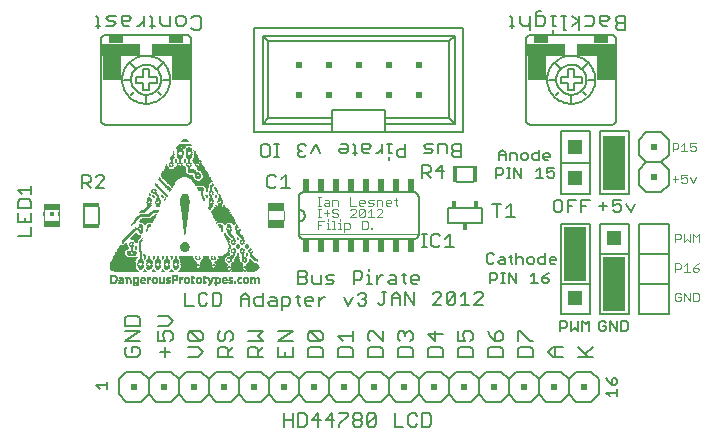
<source format=gto>
G75*
G70*
%OFA0B0*%
%FSLAX24Y24*%
%IPPOS*%
%LPD*%
%AMOC8*
5,1,8,0,0,1.08239X$1,22.5*
%
%ADD10C,0.0070*%
%ADD11C,0.0060*%
%ADD12C,0.0080*%
%ADD13C,0.0050*%
%ADD14R,0.0450X0.0450*%
%ADD15R,0.0750X0.1800*%
%ADD16C,0.0040*%
%ADD17C,0.0030*%
%ADD18R,0.0059X0.0118*%
%ADD19R,0.0118X0.0118*%
%ADD20R,0.0531X0.0236*%
%ADD21R,0.0560X0.0140*%
%ADD22R,0.0571X0.0295*%
%ADD23R,0.1250X0.0400*%
%ADD24R,0.0600X0.1050*%
%ADD25R,0.0500X0.0300*%
%ADD26R,0.0200X0.0450*%
%ADD27C,0.0020*%
%ADD28R,0.0200X0.0200*%
%ADD29R,0.0140X0.0560*%
%ADD30R,0.0180X0.0230*%
%ADD31R,0.0150X0.0010*%
%ADD32R,0.0070X0.0010*%
%ADD33R,0.0160X0.0010*%
%ADD34R,0.0080X0.0010*%
%ADD35R,0.0170X0.0010*%
%ADD36R,0.0090X0.0010*%
%ADD37R,0.0040X0.0010*%
%ADD38R,0.0100X0.0010*%
%ADD39R,0.0010X0.0010*%
%ADD40R,0.0060X0.0010*%
%ADD41R,0.0130X0.0010*%
%ADD42R,0.0050X0.0010*%
%ADD43R,0.0110X0.0010*%
%ADD44R,0.0140X0.0010*%
%ADD45R,0.0120X0.0010*%
%ADD46R,0.0190X0.0010*%
%ADD47R,0.0180X0.0010*%
%ADD48R,0.0210X0.0010*%
%ADD49R,0.0220X0.0010*%
%ADD50R,0.0200X0.0010*%
%ADD51R,0.0030X0.0010*%
%ADD52R,0.0020X0.0010*%
%ADD53R,0.0310X0.0010*%
%ADD54R,0.0780X0.0010*%
%ADD55R,0.1640X0.0010*%
%ADD56R,0.0380X0.0010*%
%ADD57R,0.0260X0.0010*%
%ADD58R,0.0800X0.0010*%
%ADD59R,0.1610X0.0010*%
%ADD60R,0.0360X0.0010*%
%ADD61R,0.0290X0.0010*%
%ADD62R,0.0820X0.0010*%
%ADD63R,0.1590X0.0010*%
%ADD64R,0.0340X0.0010*%
%ADD65R,0.0840X0.0010*%
%ADD66R,0.1570X0.0010*%
%ADD67R,0.0330X0.0010*%
%ADD68R,0.0320X0.0010*%
%ADD69R,0.1550X0.0010*%
%ADD70R,0.0300X0.0010*%
%ADD71R,0.0850X0.0010*%
%ADD72R,0.1080X0.0010*%
%ADD73R,0.0520X0.0010*%
%ADD74R,0.0450X0.0010*%
%ADD75R,0.0420X0.0010*%
%ADD76R,0.0540X0.0010*%
%ADD77R,0.0410X0.0010*%
%ADD78R,0.0430X0.0010*%
%ADD79R,0.0860X0.0010*%
%ADD80R,0.0530X0.0010*%
%ADD81R,0.0390X0.0010*%
%ADD82R,0.0510X0.0010*%
%ADD83R,0.0400X0.0010*%
%ADD84R,0.0500X0.0010*%
%ADD85R,0.0480X0.0010*%
%ADD86R,0.0370X0.0010*%
%ADD87R,0.0440X0.0010*%
%ADD88R,0.0870X0.0010*%
%ADD89R,0.0350X0.0010*%
%ADD90R,0.0490X0.0010*%
%ADD91R,0.0230X0.0010*%
%ADD92R,0.0270X0.0010*%
%ADD93R,0.0240X0.0010*%
%ADD94R,0.0830X0.0010*%
%ADD95R,0.0280X0.0010*%
%ADD96R,0.0810X0.0010*%
%ADD97R,0.0470X0.0010*%
%ADD98R,0.0250X0.0010*%
%ADD99R,0.0460X0.0010*%
%ADD100R,0.0640X0.0010*%
%ADD101R,0.0630X0.0010*%
%ADD102R,0.0620X0.0010*%
%ADD103R,0.0610X0.0010*%
%ADD104R,0.0590X0.0010*%
%ADD105R,0.0580X0.0010*%
%ADD106R,0.0560X0.0010*%
%ADD107R,0.0550X0.0010*%
%ADD108R,0.0570X0.0010*%
%ADD109R,0.0650X0.0010*%
%ADD110R,0.0680X0.0010*%
%ADD111R,0.0720X0.0010*%
%ADD112R,0.1060X0.0010*%
%ADD113R,0.1070X0.0010*%
%ADD114R,0.1050X0.0010*%
%ADD115R,0.0920X0.0010*%
%ADD116R,0.0890X0.0010*%
%ADD117R,0.0770X0.0010*%
%ADD118R,0.0760X0.0010*%
%ADD119R,0.0750X0.0010*%
%ADD120R,0.0740X0.0010*%
%ADD121R,0.0730X0.0010*%
D10*
X008414Y006076D02*
X008496Y005995D01*
X008823Y005995D01*
X008905Y006076D01*
X008905Y006240D01*
X008823Y006322D01*
X008659Y006322D01*
X008659Y006158D01*
X008496Y006322D02*
X008414Y006240D01*
X008414Y006076D01*
X008414Y006510D02*
X008905Y006837D01*
X008414Y006837D01*
X008414Y007026D02*
X008414Y007271D01*
X008496Y007353D01*
X008823Y007353D01*
X008905Y007271D01*
X008905Y007026D01*
X008414Y007026D01*
X008414Y006510D02*
X008905Y006510D01*
X009513Y006510D02*
X009758Y006510D01*
X009676Y006674D01*
X009676Y006755D01*
X009758Y006837D01*
X009921Y006837D01*
X010003Y006755D01*
X010003Y006592D01*
X009921Y006510D01*
X009758Y006322D02*
X009758Y005995D01*
X009921Y006158D02*
X009594Y006158D01*
X009513Y006510D02*
X009513Y006837D01*
X009513Y007026D02*
X009840Y007026D01*
X010003Y007189D01*
X009840Y007353D01*
X009513Y007353D01*
X010513Y006755D02*
X010594Y006837D01*
X010921Y006510D01*
X011003Y006592D01*
X011003Y006755D01*
X010921Y006837D01*
X010594Y006837D01*
X010513Y006755D02*
X010513Y006592D01*
X010594Y006510D01*
X010921Y006510D01*
X010840Y006322D02*
X010513Y006322D01*
X010840Y006322D02*
X011003Y006158D01*
X010840Y005995D01*
X010513Y005995D01*
X011513Y005995D02*
X011513Y006240D01*
X011594Y006322D01*
X011758Y006322D01*
X011840Y006240D01*
X011840Y005995D01*
X012003Y005995D02*
X011513Y005995D01*
X011840Y006158D02*
X012003Y006322D01*
X011921Y006510D02*
X012003Y006592D01*
X012003Y006755D01*
X011921Y006837D01*
X011840Y006837D01*
X011758Y006755D01*
X011758Y006592D01*
X011676Y006510D01*
X011594Y006510D01*
X011513Y006592D01*
X011513Y006755D01*
X011594Y006837D01*
X012513Y006837D02*
X013003Y006837D01*
X012840Y006674D01*
X013003Y006510D01*
X012513Y006510D01*
X012594Y006322D02*
X012758Y006322D01*
X012840Y006240D01*
X012840Y005995D01*
X013003Y005995D02*
X012513Y005995D01*
X012513Y006240D01*
X012594Y006322D01*
X012840Y006158D02*
X013003Y006322D01*
X013513Y006322D02*
X013513Y005995D01*
X014003Y005995D01*
X014003Y006322D01*
X014003Y006510D02*
X013513Y006510D01*
X014003Y006837D01*
X013513Y006837D01*
X013758Y006158D02*
X013758Y005995D01*
X014513Y005995D02*
X014513Y006240D01*
X014594Y006322D01*
X014921Y006322D01*
X015003Y006240D01*
X015003Y005995D01*
X014513Y005995D01*
X014594Y006510D02*
X014513Y006592D01*
X014513Y006755D01*
X014594Y006837D01*
X014921Y006510D01*
X015003Y006592D01*
X015003Y006755D01*
X014921Y006837D01*
X014594Y006837D01*
X014594Y006510D02*
X014921Y006510D01*
X015513Y006674D02*
X015676Y006510D01*
X015594Y006322D02*
X015513Y006240D01*
X015513Y005995D01*
X016003Y005995D01*
X016003Y006240D01*
X015921Y006322D01*
X015594Y006322D01*
X016003Y006510D02*
X016003Y006837D01*
X016003Y006674D02*
X015513Y006674D01*
X016513Y006755D02*
X016513Y006592D01*
X016594Y006510D01*
X016594Y006322D02*
X016513Y006240D01*
X016513Y005995D01*
X017003Y005995D01*
X017003Y006240D01*
X016921Y006322D01*
X016594Y006322D01*
X017003Y006510D02*
X016676Y006837D01*
X016594Y006837D01*
X016513Y006755D01*
X017003Y006837D02*
X017003Y006510D01*
X017513Y006592D02*
X017513Y006755D01*
X017594Y006837D01*
X017676Y006837D01*
X017758Y006755D01*
X017840Y006837D01*
X017921Y006837D01*
X018003Y006755D01*
X018003Y006592D01*
X017921Y006510D01*
X017921Y006322D02*
X017594Y006322D01*
X017513Y006240D01*
X017513Y005995D01*
X018003Y005995D01*
X018003Y006240D01*
X017921Y006322D01*
X017594Y006510D02*
X017513Y006592D01*
X017758Y006674D02*
X017758Y006755D01*
X018513Y006755D02*
X018758Y006510D01*
X018758Y006837D01*
X019003Y006755D02*
X018513Y006755D01*
X018594Y006322D02*
X018513Y006240D01*
X018513Y005995D01*
X019003Y005995D01*
X019003Y006240D01*
X018921Y006322D01*
X018594Y006322D01*
X019513Y006240D02*
X019513Y005995D01*
X020003Y005995D01*
X020003Y006240D01*
X019921Y006322D01*
X019594Y006322D01*
X019513Y006240D01*
X019513Y006510D02*
X019758Y006510D01*
X019676Y006674D01*
X019676Y006755D01*
X019758Y006837D01*
X019921Y006837D01*
X020003Y006755D01*
X020003Y006592D01*
X019921Y006510D01*
X019513Y006510D02*
X019513Y006837D01*
X020513Y006837D02*
X020594Y006674D01*
X020758Y006510D01*
X020758Y006755D01*
X020840Y006837D01*
X020921Y006837D01*
X021003Y006755D01*
X021003Y006592D01*
X020921Y006510D01*
X020758Y006510D01*
X020921Y006322D02*
X020594Y006322D01*
X020513Y006240D01*
X020513Y005995D01*
X021003Y005995D01*
X021003Y006240D01*
X020921Y006322D01*
X021513Y006240D02*
X021513Y005995D01*
X022003Y005995D01*
X022003Y006240D01*
X021921Y006322D01*
X021594Y006322D01*
X021513Y006240D01*
X021513Y006510D02*
X021513Y006837D01*
X021594Y006837D01*
X021921Y006510D01*
X022003Y006510D01*
X022513Y006158D02*
X022676Y006322D01*
X023003Y006322D01*
X022758Y006322D02*
X022758Y005995D01*
X022676Y005995D02*
X022513Y006158D01*
X022676Y005995D02*
X023003Y005995D01*
X023513Y005995D02*
X024003Y005995D01*
X023840Y005995D02*
X023513Y006322D01*
X023758Y006076D02*
X024003Y006322D01*
X022693Y016786D02*
X022693Y016868D01*
X022693Y017031D02*
X022693Y017358D01*
X022775Y017358D02*
X022611Y017358D01*
X022431Y017276D02*
X022431Y017113D01*
X022349Y017031D01*
X022104Y017031D01*
X022104Y017440D01*
X022186Y017522D01*
X022268Y017522D01*
X022349Y017358D02*
X022104Y017358D01*
X021915Y017358D02*
X021915Y016868D01*
X021834Y017031D02*
X021670Y017031D01*
X021589Y017113D01*
X021589Y017358D01*
X021318Y017276D02*
X021236Y017358D01*
X021318Y017276D02*
X021318Y016949D01*
X021400Y017031D02*
X021236Y017031D01*
X021834Y017031D02*
X021915Y017113D01*
X022349Y017358D02*
X022431Y017276D01*
X022693Y017031D02*
X022775Y017031D01*
X023037Y016868D02*
X023037Y017358D01*
X023119Y017358D02*
X022955Y017358D01*
X023303Y017358D02*
X023548Y017195D01*
X023303Y017031D01*
X023119Y016868D02*
X023037Y016868D01*
X023548Y016868D02*
X023548Y017358D01*
X023737Y017358D02*
X023982Y017358D01*
X024064Y017276D01*
X024064Y017113D01*
X023982Y017031D01*
X023737Y017031D01*
X024253Y017113D02*
X024253Y017358D01*
X024498Y017358D01*
X024580Y017276D01*
X024498Y017195D01*
X024253Y017195D01*
X024253Y017113D02*
X024334Y017031D01*
X024498Y017031D01*
X024768Y017031D02*
X024768Y016949D01*
X024850Y016868D01*
X025095Y016868D01*
X025095Y017358D01*
X024850Y017358D01*
X024768Y017276D01*
X024768Y017195D01*
X024850Y017113D01*
X025095Y017113D01*
X024850Y017113D02*
X024768Y017031D01*
X010950Y016949D02*
X010950Y017276D01*
X010868Y017358D01*
X010705Y017358D01*
X010623Y017276D01*
X010434Y017276D02*
X010434Y017113D01*
X010352Y017031D01*
X010189Y017031D01*
X010107Y017113D01*
X010107Y017276D01*
X010189Y017358D01*
X010352Y017358D01*
X010434Y017276D01*
X009919Y017358D02*
X009919Y017031D01*
X009673Y017031D01*
X009592Y017113D01*
X009592Y017358D01*
X009321Y017276D02*
X009239Y017358D01*
X009321Y017276D02*
X009321Y016949D01*
X009403Y017031D02*
X009239Y017031D01*
X009059Y017031D02*
X009059Y017358D01*
X009059Y017195D02*
X008896Y017031D01*
X008814Y017031D01*
X008548Y017031D02*
X008384Y017031D01*
X008303Y017113D01*
X008303Y017358D01*
X008548Y017358D01*
X008629Y017276D01*
X008548Y017195D01*
X008303Y017195D01*
X008114Y017113D02*
X008032Y017031D01*
X007787Y017031D01*
X007869Y017195D02*
X008032Y017195D01*
X008114Y017113D01*
X008114Y017358D02*
X007869Y017358D01*
X007787Y017276D01*
X007869Y017195D01*
X007598Y017031D02*
X007435Y017031D01*
X007516Y016949D02*
X007516Y017276D01*
X007435Y017358D01*
X010623Y016949D02*
X010705Y016868D01*
X010868Y016868D01*
X010950Y016949D01*
D11*
X010619Y016578D02*
X010619Y015828D01*
X010619Y013878D01*
X010617Y013855D01*
X010612Y013832D01*
X010603Y013810D01*
X010590Y013790D01*
X010575Y013772D01*
X010557Y013757D01*
X010537Y013744D01*
X010515Y013735D01*
X010492Y013730D01*
X010469Y013728D01*
X009469Y013728D01*
X008769Y013728D01*
X007769Y013728D01*
X007746Y013730D01*
X007723Y013735D01*
X007701Y013744D01*
X007681Y013757D01*
X007663Y013772D01*
X007648Y013790D01*
X007635Y013810D01*
X007626Y013832D01*
X007621Y013855D01*
X007619Y013878D01*
X007619Y015828D01*
X007619Y016578D01*
X007621Y016601D01*
X007626Y016624D01*
X007635Y016646D01*
X007648Y016666D01*
X007663Y016684D01*
X007681Y016699D01*
X007701Y016712D01*
X007723Y016721D01*
X007746Y016726D01*
X007769Y016728D01*
X008469Y016728D01*
X009769Y016728D01*
X010469Y016728D01*
X010492Y016726D01*
X010515Y016721D01*
X010537Y016712D01*
X010557Y016699D01*
X010575Y016684D01*
X010590Y016666D01*
X010603Y016646D01*
X010612Y016624D01*
X010617Y016601D01*
X010619Y016578D01*
X009669Y015778D02*
X009469Y015578D01*
X009219Y015578D02*
X009219Y015328D01*
X009469Y015328D01*
X009469Y015128D01*
X009219Y015128D01*
X009219Y014878D01*
X009019Y014878D01*
X009019Y015128D01*
X008769Y015128D01*
X008769Y015328D01*
X009019Y015328D01*
X009019Y015578D01*
X009219Y015578D01*
X008619Y015228D02*
X008621Y015272D01*
X008627Y015316D01*
X008637Y015359D01*
X008650Y015401D01*
X008667Y015442D01*
X008688Y015481D01*
X008712Y015518D01*
X008739Y015553D01*
X008769Y015585D01*
X008802Y015615D01*
X008838Y015641D01*
X008875Y015665D01*
X008915Y015684D01*
X008956Y015701D01*
X008999Y015713D01*
X009042Y015722D01*
X009086Y015727D01*
X009130Y015728D01*
X009174Y015725D01*
X009218Y015718D01*
X009261Y015707D01*
X009303Y015693D01*
X009343Y015675D01*
X009382Y015653D01*
X009418Y015629D01*
X009452Y015601D01*
X009484Y015570D01*
X009513Y015536D01*
X009539Y015500D01*
X009561Y015462D01*
X009580Y015422D01*
X009595Y015380D01*
X009607Y015338D01*
X009615Y015294D01*
X009619Y015250D01*
X009619Y015206D01*
X009615Y015162D01*
X009607Y015118D01*
X009595Y015076D01*
X009580Y015034D01*
X009561Y014994D01*
X009539Y014956D01*
X009513Y014920D01*
X009484Y014886D01*
X009452Y014855D01*
X009418Y014827D01*
X009382Y014803D01*
X009343Y014781D01*
X009303Y014763D01*
X009261Y014749D01*
X009218Y014738D01*
X009174Y014731D01*
X009130Y014728D01*
X009086Y014729D01*
X009042Y014734D01*
X008999Y014743D01*
X008956Y014755D01*
X008915Y014772D01*
X008875Y014791D01*
X008838Y014815D01*
X008802Y014841D01*
X008769Y014871D01*
X008739Y014903D01*
X008712Y014938D01*
X008688Y014975D01*
X008667Y015014D01*
X008650Y015055D01*
X008637Y015097D01*
X008627Y015140D01*
X008621Y015184D01*
X008619Y015228D01*
X008569Y015228D02*
X008369Y015228D01*
X008769Y015578D02*
X008569Y015778D01*
X008319Y015228D02*
X008321Y015284D01*
X008327Y015341D01*
X008337Y015396D01*
X008351Y015451D01*
X008368Y015505D01*
X008390Y015557D01*
X008415Y015607D01*
X008443Y015656D01*
X008475Y015703D01*
X008510Y015747D01*
X008548Y015789D01*
X008589Y015828D01*
X008633Y015863D01*
X008679Y015896D01*
X008727Y015925D01*
X008777Y015951D01*
X008829Y015974D01*
X008883Y015992D01*
X008937Y016007D01*
X008992Y016018D01*
X009048Y016025D01*
X009105Y016028D01*
X009161Y016027D01*
X009218Y016022D01*
X009273Y016013D01*
X009328Y016000D01*
X009382Y015983D01*
X009435Y015963D01*
X009486Y015939D01*
X009535Y015911D01*
X009582Y015880D01*
X009627Y015846D01*
X009670Y015808D01*
X009709Y015768D01*
X009746Y015725D01*
X009779Y015680D01*
X009809Y015632D01*
X009836Y015582D01*
X009859Y015531D01*
X009879Y015478D01*
X009895Y015424D01*
X009907Y015368D01*
X009915Y015313D01*
X009919Y015256D01*
X009919Y015200D01*
X009915Y015143D01*
X009907Y015088D01*
X009895Y015032D01*
X009879Y014978D01*
X009859Y014925D01*
X009836Y014874D01*
X009809Y014824D01*
X009779Y014776D01*
X009746Y014731D01*
X009709Y014688D01*
X009670Y014648D01*
X009627Y014610D01*
X009582Y014576D01*
X009535Y014545D01*
X009486Y014517D01*
X009435Y014493D01*
X009382Y014473D01*
X009328Y014456D01*
X009273Y014443D01*
X009218Y014434D01*
X009161Y014429D01*
X009105Y014428D01*
X009048Y014431D01*
X008992Y014438D01*
X008937Y014449D01*
X008883Y014464D01*
X008829Y014482D01*
X008777Y014505D01*
X008727Y014531D01*
X008679Y014560D01*
X008633Y014593D01*
X008589Y014628D01*
X008548Y014667D01*
X008510Y014709D01*
X008475Y014753D01*
X008443Y014800D01*
X008415Y014849D01*
X008390Y014899D01*
X008368Y014951D01*
X008351Y015005D01*
X008337Y015060D01*
X008327Y015115D01*
X008321Y015172D01*
X008319Y015228D01*
X008719Y014828D02*
X008619Y014728D01*
X009119Y014678D02*
X009119Y014478D01*
X009519Y014828D02*
X009619Y014728D01*
X009669Y015228D02*
X009869Y015228D01*
X012729Y016960D02*
X012729Y013495D01*
X015320Y013495D01*
X015320Y013948D01*
X015320Y014220D01*
X017091Y014220D01*
X017091Y013495D01*
X015320Y013495D01*
X015320Y013767D02*
X013001Y013767D01*
X013182Y013948D01*
X015320Y013948D01*
X015627Y013080D02*
X015774Y013080D01*
X015847Y013007D01*
X015847Y012860D01*
X015774Y012787D01*
X015627Y012787D01*
X015553Y012860D01*
X015553Y012934D01*
X015847Y012934D01*
X016007Y013080D02*
X016080Y013007D01*
X016080Y012713D01*
X016007Y012787D02*
X016154Y012787D01*
X016321Y012860D02*
X016321Y013080D01*
X016541Y013080D01*
X016614Y013007D01*
X016541Y012934D01*
X016321Y012934D01*
X016321Y012860D02*
X016394Y012787D01*
X016541Y012787D01*
X016778Y012787D02*
X016851Y012787D01*
X016998Y012934D01*
X016998Y013080D02*
X016998Y012787D01*
X017231Y012787D02*
X017231Y013080D01*
X017158Y013080D02*
X017305Y013080D01*
X017471Y012860D02*
X017545Y012934D01*
X017765Y012934D01*
X017765Y013080D02*
X017765Y012640D01*
X017545Y012640D01*
X017471Y012713D01*
X017471Y012860D01*
X017305Y012787D02*
X017231Y012787D01*
X017231Y012640D02*
X017231Y012567D01*
X018310Y012397D02*
X018310Y011957D01*
X018310Y012103D02*
X018530Y012103D01*
X018604Y012177D01*
X018604Y012324D01*
X018530Y012397D01*
X018310Y012397D01*
X018457Y012103D02*
X018604Y011957D01*
X018771Y012177D02*
X019064Y012177D01*
X018991Y011957D02*
X018991Y012397D01*
X018771Y012177D01*
X019469Y012328D02*
X020029Y012328D01*
X019606Y012640D02*
X019386Y012640D01*
X019313Y012713D01*
X019313Y012787D01*
X019386Y012860D01*
X019606Y012860D01*
X019386Y012860D02*
X019313Y012934D01*
X019313Y013007D01*
X019386Y013080D01*
X019606Y013080D01*
X019606Y012640D01*
X019146Y012787D02*
X019146Y013007D01*
X019073Y013080D01*
X018853Y013080D01*
X018853Y012787D01*
X018686Y012860D02*
X018612Y012787D01*
X018392Y012787D01*
X018466Y012934D02*
X018612Y012934D01*
X018686Y012860D01*
X018686Y013080D02*
X018466Y013080D01*
X018392Y013007D01*
X018466Y012934D01*
X019410Y013767D02*
X017091Y013767D01*
X017091Y013948D02*
X019229Y013948D01*
X019410Y013767D01*
X019410Y016688D01*
X019229Y016507D01*
X019229Y013948D01*
X019682Y013495D02*
X017091Y013495D01*
X014926Y012787D02*
X014779Y013080D01*
X014633Y012787D01*
X014466Y012713D02*
X014392Y012640D01*
X014246Y012640D01*
X014172Y012713D01*
X014172Y012787D01*
X014246Y012860D01*
X014172Y012934D01*
X014172Y013007D01*
X014246Y013080D01*
X014392Y013080D01*
X014466Y013007D01*
X014319Y012860D02*
X014246Y012860D01*
X013545Y012640D02*
X013398Y012640D01*
X013472Y012640D02*
X013472Y013080D01*
X013545Y013080D02*
X013398Y013080D01*
X013238Y013007D02*
X013165Y013080D01*
X013018Y013080D01*
X012945Y013007D01*
X012945Y012713D01*
X013018Y012640D01*
X013165Y012640D01*
X013238Y012713D01*
X013238Y013007D01*
X013001Y013767D02*
X013001Y016688D01*
X013182Y016507D01*
X013182Y013948D01*
X013240Y012063D02*
X013167Y011989D01*
X013167Y011696D01*
X013240Y011622D01*
X013387Y011622D01*
X013461Y011696D01*
X013627Y011622D02*
X013921Y011622D01*
X013774Y011622D02*
X013774Y012063D01*
X013627Y011916D01*
X013461Y011989D02*
X013387Y012063D01*
X013240Y012063D01*
X014205Y011320D02*
X014205Y010900D01*
X014205Y010500D01*
X014205Y010080D01*
X014207Y010057D01*
X014212Y010034D01*
X014221Y010012D01*
X014234Y009992D01*
X014249Y009974D01*
X014267Y009959D01*
X014287Y009946D01*
X014309Y009937D01*
X014332Y009932D01*
X014355Y009930D01*
X018055Y009930D01*
X018078Y009932D01*
X018101Y009937D01*
X018123Y009946D01*
X018143Y009959D01*
X018161Y009974D01*
X018176Y009992D01*
X018189Y010012D01*
X018198Y010034D01*
X018203Y010057D01*
X018205Y010080D01*
X018205Y011320D01*
X018203Y011343D01*
X018198Y011366D01*
X018189Y011388D01*
X018176Y011408D01*
X018161Y011426D01*
X018143Y011441D01*
X018123Y011454D01*
X018101Y011463D01*
X018078Y011468D01*
X018055Y011470D01*
X014355Y011470D01*
X014332Y011468D01*
X014309Y011463D01*
X014287Y011454D01*
X014267Y011441D01*
X014249Y011426D01*
X014234Y011408D01*
X014221Y011388D01*
X014212Y011366D01*
X014207Y011343D01*
X014205Y011320D01*
X014205Y010900D02*
X014232Y010898D01*
X014259Y010893D01*
X014285Y010883D01*
X014309Y010871D01*
X014331Y010855D01*
X014351Y010837D01*
X014368Y010815D01*
X014383Y010792D01*
X014393Y010767D01*
X014401Y010741D01*
X014405Y010714D01*
X014405Y010686D01*
X014401Y010659D01*
X014393Y010633D01*
X014383Y010608D01*
X014368Y010585D01*
X014351Y010563D01*
X014331Y010545D01*
X014309Y010529D01*
X014285Y010517D01*
X014259Y010507D01*
X014232Y010502D01*
X014205Y010500D01*
X018323Y010077D02*
X018470Y010077D01*
X018397Y010077D02*
X018397Y009636D01*
X018470Y009636D02*
X018323Y009636D01*
X018630Y009710D02*
X018703Y009636D01*
X018850Y009636D01*
X018924Y009710D01*
X019090Y009636D02*
X019384Y009636D01*
X019237Y009636D02*
X019237Y010077D01*
X019090Y009930D01*
X018924Y010003D02*
X018850Y010077D01*
X018703Y010077D01*
X018630Y010003D01*
X018630Y009710D01*
X020481Y009380D02*
X020481Y009153D01*
X020537Y009097D01*
X020651Y009097D01*
X020707Y009153D01*
X020849Y009153D02*
X020906Y009210D01*
X021076Y009210D01*
X021076Y009267D02*
X021076Y009097D01*
X020906Y009097D01*
X020849Y009153D01*
X020906Y009324D02*
X021019Y009324D01*
X021076Y009267D01*
X021217Y009324D02*
X021331Y009324D01*
X021274Y009380D02*
X021274Y009153D01*
X021331Y009097D01*
X021463Y009097D02*
X021463Y009437D01*
X021519Y009324D02*
X021463Y009267D01*
X021519Y009324D02*
X021633Y009324D01*
X021690Y009267D01*
X021690Y009097D01*
X021831Y009153D02*
X021888Y009097D01*
X022001Y009097D01*
X022058Y009153D01*
X022058Y009267D01*
X022001Y009324D01*
X021888Y009324D01*
X021831Y009267D01*
X021831Y009153D01*
X022199Y009153D02*
X022199Y009267D01*
X022256Y009324D01*
X022426Y009324D01*
X022426Y009437D02*
X022426Y009097D01*
X022256Y009097D01*
X022199Y009153D01*
X022568Y009153D02*
X022568Y009267D01*
X022624Y009324D01*
X022738Y009324D01*
X022795Y009267D01*
X022795Y009210D01*
X022568Y009210D01*
X022568Y009153D02*
X022624Y009097D01*
X022738Y009097D01*
X022539Y008787D02*
X022426Y008730D01*
X022312Y008617D01*
X022482Y008617D01*
X022539Y008560D01*
X022539Y008503D01*
X022482Y008447D01*
X022369Y008447D01*
X022312Y008503D01*
X022312Y008617D01*
X022171Y008447D02*
X021944Y008447D01*
X022057Y008447D02*
X022057Y008787D01*
X021944Y008674D01*
X021434Y008787D02*
X021434Y008447D01*
X021207Y008787D01*
X021207Y008447D01*
X021075Y008447D02*
X020962Y008447D01*
X021019Y008447D02*
X021019Y008787D01*
X021075Y008787D02*
X020962Y008787D01*
X020820Y008730D02*
X020820Y008617D01*
X020764Y008560D01*
X020594Y008560D01*
X020594Y008447D02*
X020594Y008787D01*
X020764Y008787D01*
X020820Y008730D01*
X020707Y009380D02*
X020651Y009437D01*
X020537Y009437D01*
X020481Y009380D01*
X020808Y010643D02*
X020808Y011083D01*
X020661Y011083D02*
X020955Y011083D01*
X021122Y010936D02*
X021268Y011083D01*
X021268Y010643D01*
X021122Y010643D02*
X021415Y010643D01*
X020029Y011828D02*
X019469Y011828D01*
X020781Y011953D02*
X020781Y012293D01*
X020951Y012293D01*
X021007Y012237D01*
X021007Y012123D01*
X020951Y012066D01*
X020781Y012066D01*
X021149Y011953D02*
X021262Y011953D01*
X021206Y011953D02*
X021206Y012293D01*
X021262Y012293D02*
X021149Y012293D01*
X021394Y012293D02*
X021394Y011953D01*
X021621Y011953D02*
X021394Y012293D01*
X021621Y012293D02*
X021621Y011953D01*
X022131Y011953D02*
X022358Y011953D01*
X022244Y011953D02*
X022244Y012293D01*
X022131Y012180D01*
X022499Y012123D02*
X022613Y012180D01*
X022669Y012180D01*
X022726Y012123D01*
X022726Y012010D01*
X022669Y011953D01*
X022556Y011953D01*
X022499Y012010D01*
X022499Y012123D02*
X022499Y012293D01*
X022726Y012293D01*
X022524Y012553D02*
X022411Y012553D01*
X022354Y012610D01*
X022354Y012723D01*
X022411Y012780D01*
X022524Y012780D01*
X022581Y012723D01*
X022581Y012666D01*
X022354Y012666D01*
X022212Y012553D02*
X022042Y012553D01*
X021986Y012610D01*
X021986Y012723D01*
X022042Y012780D01*
X022212Y012780D01*
X022212Y012893D02*
X022212Y012553D01*
X021844Y012610D02*
X021844Y012723D01*
X021787Y012780D01*
X021674Y012780D01*
X021617Y012723D01*
X021617Y012610D01*
X021674Y012553D01*
X021787Y012553D01*
X021844Y012610D01*
X021476Y012553D02*
X021476Y012723D01*
X021419Y012780D01*
X021249Y012780D01*
X021249Y012553D01*
X021107Y012553D02*
X021107Y012780D01*
X020994Y012893D01*
X020881Y012780D01*
X020881Y012553D01*
X020881Y012723D02*
X021107Y012723D01*
X019682Y013495D02*
X019682Y016960D01*
X012729Y016960D01*
X013001Y016688D02*
X019410Y016688D01*
X019229Y016507D02*
X013182Y016507D01*
X007732Y011990D02*
X007659Y012064D01*
X007512Y012064D01*
X007439Y011990D01*
X007272Y011990D02*
X007272Y011844D01*
X007198Y011770D01*
X006978Y011770D01*
X006978Y011623D02*
X006978Y012064D01*
X007198Y012064D01*
X007272Y011990D01*
X007125Y011770D02*
X007272Y011623D01*
X007439Y011623D02*
X007732Y011917D01*
X007732Y011990D01*
X007732Y011623D02*
X007439Y011623D01*
X007534Y010980D02*
X007534Y010420D01*
X007034Y010420D02*
X007034Y010980D01*
X005289Y010946D02*
X005289Y011166D01*
X005216Y011240D01*
X004922Y011240D01*
X004849Y011166D01*
X004849Y010946D01*
X005289Y010946D01*
X005289Y010779D02*
X005289Y010486D01*
X004849Y010486D01*
X004849Y010779D01*
X005069Y010633D02*
X005069Y010486D01*
X005289Y010319D02*
X005289Y010025D01*
X004849Y010025D01*
X004996Y011406D02*
X004849Y011553D01*
X005289Y011553D01*
X005289Y011406D02*
X005289Y011700D01*
X008455Y005491D02*
X008205Y005241D01*
X008205Y004741D01*
X008455Y004491D01*
X008955Y004491D01*
X009205Y004741D01*
X009455Y004491D01*
X009955Y004491D01*
X010205Y004741D01*
X010205Y005241D01*
X009955Y005491D01*
X009455Y005491D01*
X009205Y005241D01*
X009205Y004741D01*
X009205Y005241D02*
X008955Y005491D01*
X008455Y005491D01*
X010205Y005241D02*
X010455Y005491D01*
X010955Y005491D01*
X011205Y005241D01*
X011455Y005491D01*
X011955Y005491D01*
X012205Y005241D01*
X012455Y005491D01*
X012955Y005491D01*
X013205Y005241D01*
X013205Y004741D01*
X012955Y004491D01*
X012455Y004491D01*
X012205Y004741D01*
X011955Y004491D01*
X011455Y004491D01*
X011205Y004741D01*
X010955Y004491D01*
X010455Y004491D01*
X010205Y004741D01*
X011205Y004741D02*
X011205Y005241D01*
X012205Y005241D02*
X012205Y004741D01*
X013205Y004741D02*
X013455Y004491D01*
X013955Y004491D01*
X014205Y004741D01*
X014455Y004491D01*
X014955Y004491D01*
X015205Y004741D01*
X015455Y004491D01*
X015955Y004491D01*
X016205Y004741D01*
X016205Y005241D01*
X015955Y005491D01*
X015455Y005491D01*
X015205Y005241D01*
X015205Y004741D01*
X015205Y005241D02*
X014955Y005491D01*
X014455Y005491D01*
X014205Y005241D01*
X014205Y004741D01*
X014205Y005241D02*
X013955Y005491D01*
X013455Y005491D01*
X013205Y005241D01*
X013720Y004103D02*
X013720Y003663D01*
X013720Y003883D02*
X014013Y003883D01*
X014013Y004103D02*
X014013Y003663D01*
X014180Y003663D02*
X014400Y003663D01*
X014474Y003736D01*
X014474Y004030D01*
X014400Y004103D01*
X014180Y004103D01*
X014180Y003663D01*
X014640Y003883D02*
X014860Y004103D01*
X014860Y003663D01*
X014934Y003883D02*
X014640Y003883D01*
X015101Y003883D02*
X015394Y003883D01*
X015561Y003736D02*
X015561Y003663D01*
X015561Y003736D02*
X015855Y004030D01*
X015855Y004103D01*
X015561Y004103D01*
X015321Y004103D02*
X015101Y003883D01*
X015321Y003663D02*
X015321Y004103D01*
X016021Y004030D02*
X016021Y003956D01*
X016095Y003883D01*
X016242Y003883D01*
X016315Y003810D01*
X016315Y003736D01*
X016242Y003663D01*
X016095Y003663D01*
X016021Y003736D01*
X016021Y003810D01*
X016095Y003883D01*
X016242Y003883D02*
X016315Y003956D01*
X016315Y004030D01*
X016242Y004103D01*
X016095Y004103D01*
X016021Y004030D01*
X016482Y004030D02*
X016482Y003736D01*
X016775Y004030D01*
X016775Y003736D01*
X016702Y003663D01*
X016555Y003663D01*
X016482Y003736D01*
X016482Y004030D02*
X016555Y004103D01*
X016702Y004103D01*
X016775Y004030D01*
X017402Y004103D02*
X017402Y003663D01*
X017696Y003663D01*
X017863Y003736D02*
X017863Y004030D01*
X017936Y004103D01*
X018083Y004103D01*
X018156Y004030D01*
X018323Y004103D02*
X018323Y003663D01*
X018543Y003663D01*
X018617Y003736D01*
X018617Y004030D01*
X018543Y004103D01*
X018323Y004103D01*
X018156Y003736D02*
X018083Y003663D01*
X017936Y003663D01*
X017863Y003736D01*
X017955Y004491D02*
X017455Y004491D01*
X017205Y004741D01*
X016955Y004491D01*
X016455Y004491D01*
X016205Y004741D01*
X016205Y005241D02*
X016455Y005491D01*
X016955Y005491D01*
X017205Y005241D01*
X017455Y005491D01*
X017955Y005491D01*
X018205Y005241D01*
X018455Y005491D01*
X018955Y005491D01*
X019205Y005241D01*
X019205Y004741D01*
X018955Y004491D01*
X018455Y004491D01*
X018205Y004741D01*
X017955Y004491D01*
X018205Y004741D02*
X018205Y005241D01*
X017205Y005241D02*
X017205Y004741D01*
X019205Y004741D02*
X019455Y004491D01*
X019955Y004491D01*
X020205Y004741D01*
X020455Y004491D01*
X020955Y004491D01*
X021205Y004741D01*
X021455Y004491D01*
X021955Y004491D01*
X022205Y004741D01*
X022205Y005241D01*
X021955Y005491D01*
X021455Y005491D01*
X021205Y005241D01*
X021205Y004741D01*
X021205Y005241D02*
X020955Y005491D01*
X020455Y005491D01*
X020205Y005241D01*
X020205Y004741D01*
X020205Y005241D02*
X019955Y005491D01*
X019455Y005491D01*
X019205Y005241D01*
X022205Y005241D02*
X022455Y005491D01*
X022955Y005491D01*
X023205Y005241D01*
X023455Y005491D01*
X023955Y005491D01*
X024205Y005241D01*
X024205Y004741D01*
X023955Y004491D01*
X023455Y004491D01*
X023205Y004741D01*
X022955Y004491D01*
X022455Y004491D01*
X022205Y004741D01*
X023205Y004741D02*
X023205Y005241D01*
X023294Y006847D02*
X023407Y006960D01*
X023521Y006847D01*
X023521Y007187D01*
X023662Y007187D02*
X023776Y007074D01*
X023889Y007187D01*
X023889Y006847D01*
X023662Y006847D02*
X023662Y007187D01*
X023294Y007187D02*
X023294Y006847D01*
X023153Y007017D02*
X023096Y006960D01*
X022926Y006960D01*
X022926Y006847D02*
X022926Y007187D01*
X023096Y007187D01*
X023153Y007130D01*
X023153Y007017D01*
X024226Y007130D02*
X024226Y006903D01*
X024282Y006847D01*
X024396Y006847D01*
X024453Y006903D01*
X024453Y007017D01*
X024339Y007017D01*
X024226Y007130D02*
X024282Y007187D01*
X024396Y007187D01*
X024453Y007130D01*
X024594Y007187D02*
X024821Y006847D01*
X024821Y007187D01*
X024962Y007187D02*
X025132Y007187D01*
X025189Y007130D01*
X025189Y006903D01*
X025132Y006847D01*
X024962Y006847D01*
X024962Y007187D01*
X024594Y007187D02*
X024594Y006847D01*
X025548Y007429D02*
X025548Y009429D01*
X026548Y009429D01*
X026548Y007429D01*
X026548Y009429D02*
X026548Y010429D01*
X025548Y010429D01*
X025548Y009429D01*
X025798Y011472D02*
X025548Y011722D01*
X025548Y012222D01*
X025798Y012472D01*
X025548Y012722D01*
X025548Y013222D01*
X025798Y013472D01*
X026298Y013472D01*
X026548Y013222D01*
X026548Y012722D01*
X026298Y012472D01*
X026548Y012222D01*
X026548Y011722D01*
X026298Y011472D01*
X025798Y011472D01*
X025798Y012472D02*
X026298Y012472D01*
X024642Y013728D02*
X023642Y013728D01*
X022942Y013728D01*
X021942Y013728D01*
X021919Y013730D01*
X021896Y013735D01*
X021874Y013744D01*
X021854Y013757D01*
X021836Y013772D01*
X021821Y013790D01*
X021808Y013810D01*
X021799Y013832D01*
X021794Y013855D01*
X021792Y013878D01*
X021792Y015828D01*
X021792Y016578D01*
X021794Y016601D01*
X021799Y016624D01*
X021808Y016646D01*
X021821Y016666D01*
X021836Y016684D01*
X021854Y016699D01*
X021874Y016712D01*
X021896Y016721D01*
X021919Y016726D01*
X021942Y016728D01*
X022642Y016728D01*
X023942Y016728D01*
X024642Y016728D01*
X024665Y016726D01*
X024688Y016721D01*
X024710Y016712D01*
X024730Y016699D01*
X024748Y016684D01*
X024763Y016666D01*
X024776Y016646D01*
X024785Y016624D01*
X024790Y016601D01*
X024792Y016578D01*
X024792Y015828D01*
X024792Y013878D01*
X024790Y013855D01*
X024785Y013832D01*
X024776Y013810D01*
X024763Y013790D01*
X024748Y013772D01*
X024730Y013757D01*
X024710Y013744D01*
X024688Y013735D01*
X024665Y013730D01*
X024642Y013728D01*
X023292Y014478D02*
X023292Y014678D01*
X023392Y014878D02*
X023192Y014878D01*
X023192Y015128D01*
X022942Y015128D01*
X022942Y015328D01*
X023192Y015328D01*
X023192Y015578D01*
X023392Y015578D01*
X023392Y015328D01*
X023642Y015328D01*
X023642Y015128D01*
X023392Y015128D01*
X023392Y014878D01*
X023692Y014828D02*
X023792Y014728D01*
X023842Y015228D02*
X024042Y015228D01*
X023642Y015578D02*
X023842Y015778D01*
X022792Y015228D02*
X022794Y015272D01*
X022800Y015316D01*
X022810Y015359D01*
X022823Y015401D01*
X022840Y015442D01*
X022861Y015481D01*
X022885Y015518D01*
X022912Y015553D01*
X022942Y015585D01*
X022975Y015615D01*
X023011Y015641D01*
X023048Y015665D01*
X023088Y015684D01*
X023129Y015701D01*
X023172Y015713D01*
X023215Y015722D01*
X023259Y015727D01*
X023303Y015728D01*
X023347Y015725D01*
X023391Y015718D01*
X023434Y015707D01*
X023476Y015693D01*
X023516Y015675D01*
X023555Y015653D01*
X023591Y015629D01*
X023625Y015601D01*
X023657Y015570D01*
X023686Y015536D01*
X023712Y015500D01*
X023734Y015462D01*
X023753Y015422D01*
X023768Y015380D01*
X023780Y015338D01*
X023788Y015294D01*
X023792Y015250D01*
X023792Y015206D01*
X023788Y015162D01*
X023780Y015118D01*
X023768Y015076D01*
X023753Y015034D01*
X023734Y014994D01*
X023712Y014956D01*
X023686Y014920D01*
X023657Y014886D01*
X023625Y014855D01*
X023591Y014827D01*
X023555Y014803D01*
X023516Y014781D01*
X023476Y014763D01*
X023434Y014749D01*
X023391Y014738D01*
X023347Y014731D01*
X023303Y014728D01*
X023259Y014729D01*
X023215Y014734D01*
X023172Y014743D01*
X023129Y014755D01*
X023088Y014772D01*
X023048Y014791D01*
X023011Y014815D01*
X022975Y014841D01*
X022942Y014871D01*
X022912Y014903D01*
X022885Y014938D01*
X022861Y014975D01*
X022840Y015014D01*
X022823Y015055D01*
X022810Y015097D01*
X022800Y015140D01*
X022794Y015184D01*
X022792Y015228D01*
X022742Y015228D02*
X022542Y015228D01*
X022942Y015578D02*
X022742Y015778D01*
X022492Y015228D02*
X022494Y015284D01*
X022500Y015341D01*
X022510Y015396D01*
X022524Y015451D01*
X022541Y015505D01*
X022563Y015557D01*
X022588Y015607D01*
X022616Y015656D01*
X022648Y015703D01*
X022683Y015747D01*
X022721Y015789D01*
X022762Y015828D01*
X022806Y015863D01*
X022852Y015896D01*
X022900Y015925D01*
X022950Y015951D01*
X023002Y015974D01*
X023056Y015992D01*
X023110Y016007D01*
X023165Y016018D01*
X023221Y016025D01*
X023278Y016028D01*
X023334Y016027D01*
X023391Y016022D01*
X023446Y016013D01*
X023501Y016000D01*
X023555Y015983D01*
X023608Y015963D01*
X023659Y015939D01*
X023708Y015911D01*
X023755Y015880D01*
X023800Y015846D01*
X023843Y015808D01*
X023882Y015768D01*
X023919Y015725D01*
X023952Y015680D01*
X023982Y015632D01*
X024009Y015582D01*
X024032Y015531D01*
X024052Y015478D01*
X024068Y015424D01*
X024080Y015368D01*
X024088Y015313D01*
X024092Y015256D01*
X024092Y015200D01*
X024088Y015143D01*
X024080Y015088D01*
X024068Y015032D01*
X024052Y014978D01*
X024032Y014925D01*
X024009Y014874D01*
X023982Y014824D01*
X023952Y014776D01*
X023919Y014731D01*
X023882Y014688D01*
X023843Y014648D01*
X023800Y014610D01*
X023755Y014576D01*
X023708Y014545D01*
X023659Y014517D01*
X023608Y014493D01*
X023555Y014473D01*
X023501Y014456D01*
X023446Y014443D01*
X023391Y014434D01*
X023334Y014429D01*
X023278Y014428D01*
X023221Y014431D01*
X023165Y014438D01*
X023110Y014449D01*
X023056Y014464D01*
X023002Y014482D01*
X022950Y014505D01*
X022900Y014531D01*
X022852Y014560D01*
X022806Y014593D01*
X022762Y014628D01*
X022721Y014667D01*
X022683Y014709D01*
X022648Y014753D01*
X022616Y014800D01*
X022588Y014849D01*
X022563Y014899D01*
X022541Y014951D01*
X022524Y015005D01*
X022510Y015060D01*
X022500Y015115D01*
X022494Y015172D01*
X022492Y015228D01*
X022892Y014828D02*
X022792Y014728D01*
D12*
X022780Y011227D02*
X022709Y011157D01*
X022709Y010877D01*
X022780Y010807D01*
X022920Y010807D01*
X022990Y010877D01*
X022990Y011157D01*
X022920Y011227D01*
X022780Y011227D01*
X023170Y011227D02*
X023170Y010807D01*
X023170Y011017D02*
X023310Y011017D01*
X023170Y011227D02*
X023450Y011227D01*
X023630Y011227D02*
X023910Y011227D01*
X023770Y011017D02*
X023630Y011017D01*
X023630Y010807D02*
X023630Y011227D01*
X024209Y011017D02*
X024490Y011017D01*
X024670Y011017D02*
X024810Y011087D01*
X024880Y011087D01*
X024950Y011017D01*
X024950Y010877D01*
X024880Y010807D01*
X024740Y010807D01*
X024670Y010877D01*
X024670Y011017D02*
X024670Y011227D01*
X024950Y011227D01*
X025130Y011087D02*
X025270Y010807D01*
X025410Y011087D01*
X024350Y011157D02*
X024350Y010877D01*
X020347Y008078D02*
X020277Y008148D01*
X020137Y008148D01*
X020067Y008078D01*
X020347Y008078D02*
X020347Y008008D01*
X020067Y007727D01*
X020347Y007727D01*
X019887Y007727D02*
X019607Y007727D01*
X019747Y007727D02*
X019747Y008148D01*
X019607Y008008D01*
X019427Y008078D02*
X019146Y007797D01*
X019217Y007727D01*
X019357Y007727D01*
X019427Y007797D01*
X019427Y008078D01*
X019357Y008148D01*
X019217Y008148D01*
X019146Y008078D01*
X019146Y007797D01*
X018966Y007727D02*
X018686Y007727D01*
X018966Y008008D01*
X018966Y008078D01*
X018896Y008148D01*
X018756Y008148D01*
X018686Y008078D01*
X018163Y008424D02*
X018023Y008424D01*
X017953Y008494D01*
X017953Y008635D01*
X018023Y008705D01*
X018163Y008705D01*
X018233Y008635D01*
X018233Y008565D01*
X017953Y008565D01*
X017786Y008705D02*
X017646Y008705D01*
X017716Y008775D02*
X017716Y008494D01*
X017786Y008424D01*
X017765Y008148D02*
X018046Y007727D01*
X018046Y008148D01*
X017765Y008148D02*
X017765Y007727D01*
X017585Y007727D02*
X017585Y008008D01*
X017445Y008148D01*
X017305Y008008D01*
X017305Y007727D01*
X017305Y007938D02*
X017585Y007938D01*
X017125Y008148D02*
X016985Y008148D01*
X017055Y008148D02*
X017055Y007797D01*
X016985Y007727D01*
X016915Y007727D01*
X016845Y007797D01*
X016461Y007768D02*
X016391Y007698D01*
X016251Y007698D01*
X016181Y007768D01*
X016321Y007908D02*
X016391Y007908D01*
X016461Y007838D01*
X016461Y007768D01*
X016391Y007908D02*
X016461Y007978D01*
X016461Y008048D01*
X016391Y008118D01*
X016251Y008118D01*
X016181Y008048D01*
X016001Y007978D02*
X015861Y007698D01*
X015721Y007978D01*
X016035Y008424D02*
X016035Y008845D01*
X016245Y008845D01*
X016315Y008775D01*
X016315Y008635D01*
X016245Y008565D01*
X016035Y008565D01*
X016495Y008705D02*
X016565Y008705D01*
X016565Y008424D01*
X016495Y008424D02*
X016635Y008424D01*
X016802Y008424D02*
X016802Y008705D01*
X016942Y008705D02*
X017012Y008705D01*
X016942Y008705D02*
X016802Y008565D01*
X016565Y008845D02*
X016565Y008915D01*
X017256Y008705D02*
X017396Y008705D01*
X017466Y008635D01*
X017466Y008424D01*
X017256Y008424D01*
X017186Y008494D01*
X017256Y008565D01*
X017466Y008565D01*
X015394Y008494D02*
X015324Y008424D01*
X015114Y008424D01*
X015184Y008565D02*
X015114Y008635D01*
X015184Y008705D01*
X015394Y008705D01*
X015324Y008565D02*
X015184Y008565D01*
X015324Y008565D02*
X015394Y008494D01*
X014934Y008424D02*
X014934Y008705D01*
X014654Y008705D02*
X014654Y008494D01*
X014724Y008424D01*
X014934Y008424D01*
X014877Y007978D02*
X014877Y007698D01*
X014877Y007838D02*
X015017Y007978D01*
X015087Y007978D01*
X014696Y007908D02*
X014696Y007838D01*
X014416Y007838D01*
X014416Y007768D02*
X014416Y007908D01*
X014486Y007978D01*
X014626Y007978D01*
X014696Y007908D01*
X014626Y007698D02*
X014486Y007698D01*
X014416Y007768D01*
X014249Y007698D02*
X014179Y007768D01*
X014179Y008048D01*
X014109Y007978D02*
X014249Y007978D01*
X013929Y007908D02*
X013929Y007768D01*
X013859Y007698D01*
X013649Y007698D01*
X013649Y007558D02*
X013649Y007978D01*
X013859Y007978D01*
X013929Y007908D01*
X013469Y007908D02*
X013469Y007698D01*
X013259Y007698D01*
X013189Y007768D01*
X013259Y007838D01*
X013469Y007838D01*
X013469Y007908D02*
X013399Y007978D01*
X013259Y007978D01*
X013009Y007978D02*
X012798Y007978D01*
X012728Y007908D01*
X012728Y007768D01*
X012798Y007698D01*
X013009Y007698D01*
X013009Y008118D01*
X012548Y007978D02*
X012548Y007698D01*
X012548Y007908D02*
X012268Y007908D01*
X012268Y007978D02*
X012408Y008118D01*
X012548Y007978D01*
X012268Y007978D02*
X012268Y007698D01*
X011627Y007768D02*
X011627Y008048D01*
X011557Y008118D01*
X011347Y008118D01*
X011347Y007698D01*
X011557Y007698D01*
X011627Y007768D01*
X011167Y007768D02*
X011097Y007698D01*
X010957Y007698D01*
X010887Y007768D01*
X010887Y008048D01*
X010957Y008118D01*
X011097Y008118D01*
X011167Y008048D01*
X010707Y007698D02*
X010427Y007698D01*
X010427Y008118D01*
X014193Y008424D02*
X014403Y008424D01*
X014473Y008494D01*
X014473Y008565D01*
X014403Y008635D01*
X014193Y008635D01*
X014193Y008845D02*
X014193Y008424D01*
X014403Y008635D02*
X014473Y008705D01*
X014473Y008775D01*
X014403Y008845D01*
X014193Y008845D01*
D13*
X007583Y004933D02*
X007466Y005050D01*
X007816Y005050D01*
X007816Y004933D02*
X007816Y005167D01*
X019189Y010440D02*
X020309Y010440D01*
X020309Y010960D01*
X019189Y010960D01*
X019189Y010440D01*
X022951Y010417D02*
X023901Y010417D01*
X023901Y007417D01*
X022951Y007417D01*
X022951Y010417D01*
X024251Y010417D02*
X025201Y010417D01*
X025201Y009417D01*
X024251Y009417D01*
X024251Y010417D01*
X024251Y011417D02*
X025201Y011417D01*
X025201Y013517D01*
X024251Y013517D01*
X024251Y011417D01*
X023901Y011417D02*
X023901Y012467D01*
X022951Y012467D01*
X022951Y013517D01*
X023901Y013517D01*
X023901Y012467D01*
X022951Y012467D02*
X022951Y011417D01*
X023901Y011417D01*
X024251Y009417D02*
X024251Y007417D01*
X025201Y007417D01*
X025201Y009417D01*
X025575Y008417D02*
X026520Y008417D01*
X026548Y007429D02*
X025548Y007429D01*
X023883Y008417D02*
X022966Y008417D01*
X024463Y005285D02*
X024521Y005168D01*
X024638Y005052D01*
X024638Y005227D01*
X024696Y005285D01*
X024755Y005285D01*
X024813Y005227D01*
X024813Y005110D01*
X024755Y005052D01*
X024638Y005052D01*
X024813Y004917D02*
X024813Y004683D01*
X024813Y004800D02*
X024463Y004800D01*
X024580Y004683D01*
D14*
X023426Y007942D03*
X024726Y009942D03*
X023426Y011942D03*
X023426Y012992D03*
D15*
X024726Y012467D03*
X023426Y009417D03*
X024726Y008417D03*
D16*
X026759Y008075D02*
X026759Y007888D01*
X026805Y007841D01*
X026899Y007841D01*
X026946Y007888D01*
X026946Y007981D01*
X026852Y007981D01*
X026759Y008075D02*
X026805Y008121D01*
X026899Y008121D01*
X026946Y008075D01*
X027053Y008121D02*
X027053Y007841D01*
X027240Y007841D02*
X027240Y008121D01*
X027348Y008121D02*
X027488Y008121D01*
X027535Y008075D01*
X027535Y007888D01*
X027488Y007841D01*
X027348Y007841D01*
X027348Y008121D01*
X027053Y008121D02*
X027240Y007841D01*
X027240Y008825D02*
X027053Y008825D01*
X027147Y008825D02*
X027147Y009106D01*
X027053Y009012D01*
X026946Y008965D02*
X026899Y008919D01*
X026759Y008919D01*
X026759Y008825D02*
X026759Y009106D01*
X026899Y009106D01*
X026946Y009059D01*
X026946Y008965D01*
X027348Y008965D02*
X027348Y008872D01*
X027395Y008825D01*
X027488Y008825D01*
X027535Y008872D01*
X027535Y008919D01*
X027488Y008965D01*
X027348Y008965D01*
X027441Y009059D01*
X027535Y009106D01*
X027535Y009810D02*
X027535Y010090D01*
X027441Y009996D01*
X027348Y010090D01*
X027348Y009810D01*
X027240Y009810D02*
X027240Y010090D01*
X027053Y010090D02*
X027053Y009810D01*
X027147Y009903D01*
X027240Y009810D01*
X026946Y009950D02*
X026899Y009903D01*
X026759Y009903D01*
X026759Y009810D02*
X026759Y010090D01*
X026899Y010090D01*
X026946Y010043D01*
X026946Y009950D01*
X027012Y011787D02*
X026965Y011833D01*
X027012Y011787D02*
X027105Y011787D01*
X027152Y011833D01*
X027152Y011927D01*
X027105Y011974D01*
X027059Y011974D01*
X026965Y011927D01*
X026965Y012067D01*
X027152Y012067D01*
X027260Y011974D02*
X027353Y011787D01*
X027447Y011974D01*
X026857Y011927D02*
X026671Y011927D01*
X026764Y012020D02*
X026764Y011833D01*
X026671Y012837D02*
X026671Y013117D01*
X026811Y013117D01*
X026857Y013070D01*
X026857Y012977D01*
X026811Y012930D01*
X026671Y012930D01*
X026965Y012837D02*
X027152Y012837D01*
X027059Y012837D02*
X027059Y013117D01*
X026965Y013024D01*
X027260Y012977D02*
X027353Y013024D01*
X027400Y013024D01*
X027447Y012977D01*
X027447Y012883D01*
X027400Y012837D01*
X027307Y012837D01*
X027260Y012883D01*
X027260Y012977D02*
X027260Y013117D01*
X027447Y013117D01*
X013715Y010866D02*
X013715Y010566D01*
X013196Y010566D02*
X013196Y010856D01*
X006215Y010877D02*
X006215Y010513D01*
X005723Y010523D02*
X005723Y010877D01*
D17*
X014842Y010927D02*
X014939Y010927D01*
X014891Y010927D02*
X014891Y010636D01*
X014939Y010636D02*
X014842Y010636D01*
X014842Y010533D02*
X015036Y010533D01*
X015137Y010436D02*
X015185Y010436D01*
X015185Y010243D01*
X015137Y010243D02*
X015234Y010243D01*
X015333Y010243D02*
X015430Y010243D01*
X015382Y010243D02*
X015382Y010533D01*
X015333Y010533D01*
X015382Y010636D02*
X015333Y010685D01*
X015382Y010636D02*
X015479Y010636D01*
X015527Y010685D01*
X015527Y010733D01*
X015479Y010782D01*
X015382Y010782D01*
X015333Y010830D01*
X015333Y010878D01*
X015382Y010927D01*
X015479Y010927D01*
X015527Y010878D01*
X015527Y011030D02*
X015527Y011175D01*
X015479Y011224D01*
X015333Y011224D01*
X015333Y011030D01*
X015232Y011030D02*
X015087Y011030D01*
X015039Y011078D01*
X015087Y011127D01*
X015232Y011127D01*
X015232Y011175D02*
X015232Y011030D01*
X015232Y011175D02*
X015184Y011224D01*
X015087Y011224D01*
X014939Y011320D02*
X014842Y011320D01*
X014891Y011320D02*
X014891Y011030D01*
X014939Y011030D02*
X014842Y011030D01*
X015039Y010782D02*
X015232Y010782D01*
X015136Y010878D02*
X015136Y010685D01*
X015185Y010581D02*
X015185Y010533D01*
X014939Y010388D02*
X014842Y010388D01*
X014842Y010243D02*
X014842Y010533D01*
X015530Y010436D02*
X015578Y010436D01*
X015578Y010243D01*
X015530Y010243D02*
X015627Y010243D01*
X015726Y010243D02*
X015871Y010243D01*
X015920Y010291D01*
X015920Y010388D01*
X015871Y010436D01*
X015726Y010436D01*
X015726Y010146D01*
X015578Y010533D02*
X015578Y010581D01*
X015923Y010636D02*
X016116Y010830D01*
X016116Y010878D01*
X016068Y010927D01*
X015971Y010927D01*
X015923Y010878D01*
X015923Y011030D02*
X016116Y011030D01*
X016217Y011078D02*
X016217Y011175D01*
X016266Y011224D01*
X016362Y011224D01*
X016411Y011175D01*
X016411Y011127D01*
X016217Y011127D01*
X016217Y011078D02*
X016266Y011030D01*
X016362Y011030D01*
X016362Y010927D02*
X016411Y010878D01*
X016217Y010685D01*
X016266Y010636D01*
X016362Y010636D01*
X016411Y010685D01*
X016411Y010878D01*
X016362Y010927D02*
X016266Y010927D01*
X016217Y010878D01*
X016217Y010685D01*
X016116Y010636D02*
X015923Y010636D01*
X016316Y010533D02*
X016461Y010533D01*
X016509Y010485D01*
X016509Y010291D01*
X016461Y010243D01*
X016316Y010243D01*
X016316Y010533D01*
X016512Y010636D02*
X016705Y010636D01*
X016609Y010636D02*
X016609Y010927D01*
X016512Y010830D01*
X016512Y011030D02*
X016657Y011030D01*
X016705Y011078D01*
X016657Y011127D01*
X016560Y011127D01*
X016512Y011175D01*
X016560Y011224D01*
X016705Y011224D01*
X016807Y011224D02*
X016807Y011030D01*
X016855Y010927D02*
X016807Y010878D01*
X016855Y010927D02*
X016952Y010927D01*
X017000Y010878D01*
X017000Y010830D01*
X016807Y010636D01*
X017000Y010636D01*
X017000Y011030D02*
X017000Y011175D01*
X016952Y011224D01*
X016807Y011224D01*
X017101Y011175D02*
X017101Y011078D01*
X017150Y011030D01*
X017246Y011030D01*
X017295Y011127D02*
X017101Y011127D01*
X017101Y011175D02*
X017150Y011224D01*
X017246Y011224D01*
X017295Y011175D01*
X017295Y011127D01*
X017396Y011224D02*
X017493Y011224D01*
X017444Y011272D02*
X017444Y011078D01*
X017493Y011030D01*
X016659Y010291D02*
X016659Y010243D01*
X016610Y010243D01*
X016610Y010291D01*
X016659Y010291D01*
X015923Y011030D02*
X015923Y011320D01*
D18*
X006205Y010759D03*
X005733Y010759D03*
D19*
X005969Y010759D03*
D20*
X005969Y010995D03*
X005969Y010405D03*
D21*
X007284Y010360D03*
X007284Y011040D03*
D22*
X013456Y010998D03*
X013456Y010428D03*
D23*
X009944Y016228D03*
X008294Y016228D03*
X022467Y016228D03*
X024117Y016228D03*
D24*
X024442Y015753D03*
X022142Y015753D03*
X010269Y015753D03*
X007969Y015753D03*
D25*
X008119Y016578D03*
X010119Y016578D03*
X022292Y016578D03*
X024292Y016578D03*
D26*
X017955Y011695D03*
X017455Y011695D03*
X016955Y011695D03*
X016455Y011695D03*
X015955Y011695D03*
X015455Y011695D03*
X014955Y011695D03*
X014455Y011695D03*
X014455Y009705D03*
X014955Y009705D03*
X015455Y009715D03*
X015955Y009705D03*
X016455Y009705D03*
X016955Y009705D03*
X017455Y009705D03*
X017955Y009705D03*
D27*
X018205Y010070D02*
X014205Y010070D01*
D28*
X014205Y014728D03*
X015205Y014728D03*
X016205Y014728D03*
X017205Y014728D03*
X018205Y014728D03*
X018205Y015728D03*
X017205Y015728D03*
X016205Y015728D03*
X015205Y015728D03*
X014205Y015728D03*
X026048Y012972D03*
X026048Y011972D03*
X023705Y004991D03*
X022705Y004991D03*
X021705Y004991D03*
X020705Y004991D03*
X019705Y004991D03*
X018705Y004991D03*
X017705Y004991D03*
X016705Y004991D03*
X015705Y004991D03*
X014705Y004991D03*
X013705Y004991D03*
X012705Y004991D03*
X011705Y004991D03*
X010705Y004991D03*
X009705Y004991D03*
X008705Y004991D03*
D29*
X019409Y012078D03*
X020089Y012078D03*
D30*
X020119Y011095D03*
X019379Y011095D03*
X019749Y010305D03*
D31*
X012620Y009133D03*
X012380Y009263D03*
X012370Y009273D03*
X012160Y009253D03*
X011850Y009403D03*
X012180Y009633D03*
X012480Y009633D03*
X012480Y009643D03*
X012480Y009653D03*
X012480Y009663D03*
X011890Y010133D03*
X011890Y010143D03*
X011890Y010153D03*
X011890Y010163D03*
X011890Y010173D03*
X011890Y010183D03*
X011890Y010293D03*
X011890Y010303D03*
X011890Y010313D03*
X011890Y010323D03*
X011890Y010333D03*
X011890Y010343D03*
X011740Y010443D03*
X011300Y011023D03*
X011300Y011033D03*
X011300Y011043D03*
X011300Y011053D03*
X011300Y011063D03*
X011300Y011073D03*
X011300Y011183D03*
X011300Y011193D03*
X011300Y011203D03*
X011300Y011213D03*
X011300Y011223D03*
X011590Y011223D03*
X011120Y011663D03*
X010740Y011843D03*
X010620Y011943D03*
X009980Y011703D03*
X009420Y011423D03*
X009410Y011433D03*
X009400Y011443D03*
X009520Y011223D03*
X009520Y011213D03*
X009520Y011033D03*
X009230Y011033D03*
X009230Y011023D03*
X009230Y011043D03*
X009230Y011053D03*
X009230Y011063D03*
X009230Y011073D03*
X009230Y011183D03*
X009230Y011193D03*
X009230Y011203D03*
X009230Y011213D03*
X009230Y011223D03*
X009080Y010443D03*
X008810Y010233D03*
X008930Y009193D03*
X009230Y009193D03*
X009230Y008923D03*
X009230Y008913D03*
X009080Y008823D03*
X009410Y008593D03*
X009410Y008433D03*
X009870Y008443D03*
X009670Y008823D03*
X009820Y008913D03*
X009820Y008923D03*
X009820Y009193D03*
X010110Y009193D03*
X009520Y009193D03*
X010430Y009493D03*
X010430Y010483D03*
X008000Y008693D03*
X008290Y008593D03*
X008300Y008583D03*
X008770Y008343D03*
X010480Y008433D03*
X010880Y008593D03*
X011750Y008433D03*
X012250Y008443D03*
X012450Y008433D03*
X012450Y008593D03*
X009810Y012253D03*
X010260Y012913D03*
X010560Y012913D03*
X010800Y012613D03*
X010410Y013203D03*
D32*
X010260Y012963D03*
X010260Y012953D03*
X010180Y012963D03*
X010200Y012813D03*
X010330Y012813D03*
X010330Y012693D03*
X010260Y012553D03*
X010260Y012543D03*
X010260Y012513D03*
X010260Y012503D03*
X010260Y012493D03*
X010260Y012483D03*
X010260Y012473D03*
X010410Y012473D03*
X010410Y012523D03*
X010410Y012533D03*
X010490Y012693D03*
X010490Y012813D03*
X010620Y012813D03*
X010560Y012943D03*
X010760Y012743D03*
X010860Y012483D03*
X010860Y012473D03*
X010860Y012463D03*
X010860Y012303D03*
X010860Y012293D03*
X010860Y012283D03*
X010920Y012033D03*
X010920Y011993D03*
X010850Y011913D03*
X010790Y011993D03*
X010780Y012003D03*
X010780Y012013D03*
X010780Y012023D03*
X010790Y012033D03*
X010380Y012313D03*
X010260Y012303D03*
X010260Y012293D03*
X010260Y012283D03*
X010140Y012313D03*
X009970Y012463D03*
X009970Y012473D03*
X009970Y012483D03*
X009970Y012493D03*
X009970Y012503D03*
X009970Y012513D03*
X009970Y012523D03*
X009970Y012533D03*
X009970Y012543D03*
X009970Y012553D03*
X010120Y012533D03*
X010030Y012693D03*
X009800Y012303D03*
X009990Y011653D03*
X009810Y011343D03*
X009670Y011303D03*
X009670Y011293D03*
X009660Y011323D03*
X009520Y011323D03*
X009520Y011313D03*
X009520Y011303D03*
X009520Y011293D03*
X009520Y011283D03*
X009520Y011273D03*
X009520Y011333D03*
X009370Y011303D03*
X009360Y011323D03*
X009480Y011173D03*
X009570Y011173D03*
X009380Y011563D03*
X009450Y010723D03*
X009230Y010383D03*
X008760Y010493D03*
X008750Y010483D03*
X008790Y010063D03*
X008790Y009813D03*
X008930Y009803D03*
X008930Y009793D03*
X008940Y009823D03*
X008790Y009633D03*
X008640Y009633D03*
X008640Y009623D03*
X008640Y009613D03*
X008640Y009603D03*
X008640Y009593D03*
X008640Y009583D03*
X008640Y009573D03*
X008640Y009563D03*
X008640Y009553D03*
X008640Y009543D03*
X008640Y009533D03*
X008640Y009523D03*
X008640Y009513D03*
X008640Y009643D03*
X008640Y009793D03*
X008460Y009733D03*
X008350Y009783D03*
X008340Y009773D03*
X008930Y009493D03*
X008930Y009483D03*
X008790Y009283D03*
X008990Y009113D03*
X009080Y009253D03*
X009230Y009253D03*
X009230Y009243D03*
X009230Y009233D03*
X009230Y009263D03*
X009230Y009273D03*
X009230Y009283D03*
X009230Y009293D03*
X009230Y009303D03*
X009230Y009313D03*
X009290Y009113D03*
X009470Y009113D03*
X009580Y009113D03*
X009520Y009233D03*
X009520Y009243D03*
X009520Y009253D03*
X009520Y009263D03*
X009520Y009273D03*
X009520Y009283D03*
X009520Y009293D03*
X009520Y009303D03*
X009520Y009313D03*
X009670Y009253D03*
X009820Y009253D03*
X009820Y009243D03*
X009820Y009233D03*
X009820Y009263D03*
X009820Y009273D03*
X009820Y009283D03*
X009820Y009293D03*
X009820Y009303D03*
X009820Y009313D03*
X009970Y009253D03*
X010110Y009253D03*
X010110Y009243D03*
X010110Y009233D03*
X010110Y009263D03*
X010110Y009273D03*
X010110Y009283D03*
X010110Y009293D03*
X010110Y009303D03*
X010060Y009113D03*
X010170Y009113D03*
X009970Y008853D03*
X010020Y008643D03*
X010020Y008633D03*
X010020Y008623D03*
X010020Y008613D03*
X010020Y008603D03*
X010020Y008593D03*
X010020Y008583D03*
X010020Y008573D03*
X010020Y008563D03*
X010020Y008503D03*
X010020Y008493D03*
X010020Y008483D03*
X010020Y008473D03*
X010020Y008463D03*
X010020Y008453D03*
X010020Y008443D03*
X010020Y008433D03*
X010020Y008423D03*
X010020Y008413D03*
X009910Y008453D03*
X009910Y008483D03*
X009830Y008573D03*
X009720Y008573D03*
X009720Y008563D03*
X009720Y008553D03*
X009720Y008543D03*
X009720Y008533D03*
X009720Y008523D03*
X009720Y008513D03*
X009720Y008503D03*
X009720Y008493D03*
X009720Y008483D03*
X009720Y008473D03*
X009630Y008413D03*
X009590Y008473D03*
X009590Y008483D03*
X009590Y008493D03*
X009590Y008503D03*
X009590Y008513D03*
X009590Y008523D03*
X009590Y008533D03*
X009590Y008543D03*
X009590Y008553D03*
X009590Y008563D03*
X009590Y008573D03*
X009590Y008583D03*
X009590Y008593D03*
X009590Y008603D03*
X009480Y008553D03*
X009480Y008543D03*
X009480Y008533D03*
X009480Y008523D03*
X009480Y008513D03*
X009480Y008503D03*
X009480Y008493D03*
X009480Y008483D03*
X009480Y008473D03*
X009470Y008463D03*
X009470Y008563D03*
X009350Y008563D03*
X009340Y008553D03*
X009340Y008543D03*
X009330Y008513D03*
X009330Y008503D03*
X009340Y008483D03*
X009340Y008473D03*
X009350Y008463D03*
X009190Y008463D03*
X009190Y008453D03*
X009190Y008443D03*
X009190Y008433D03*
X009190Y008423D03*
X009190Y008473D03*
X009190Y008483D03*
X009190Y008493D03*
X009190Y008503D03*
X009190Y008513D03*
X009190Y008523D03*
X009190Y008533D03*
X009190Y008543D03*
X008970Y008573D03*
X008850Y008553D03*
X008850Y008543D03*
X008850Y008533D03*
X008850Y008523D03*
X008850Y008513D03*
X008850Y008503D03*
X008850Y008493D03*
X008850Y008483D03*
X008850Y008423D03*
X008850Y008413D03*
X008840Y008393D03*
X008720Y008473D03*
X008710Y008483D03*
X008710Y008493D03*
X008710Y008503D03*
X008710Y008513D03*
X008710Y008523D03*
X008710Y008533D03*
X008710Y008543D03*
X008720Y008563D03*
X008770Y008613D03*
X008600Y008553D03*
X008600Y008543D03*
X008560Y008613D03*
X008470Y008543D03*
X008470Y008533D03*
X008470Y008523D03*
X008470Y008513D03*
X008470Y008503D03*
X008470Y008493D03*
X008470Y008483D03*
X008470Y008473D03*
X008470Y008463D03*
X008470Y008453D03*
X008470Y008443D03*
X008470Y008433D03*
X008470Y008423D03*
X008470Y008413D03*
X008350Y008463D03*
X008270Y008413D03*
X008240Y008493D03*
X008140Y008513D03*
X008140Y008523D03*
X008140Y008533D03*
X008140Y008543D03*
X008140Y008553D03*
X008140Y008563D03*
X008140Y008573D03*
X008140Y008583D03*
X008140Y008593D03*
X008130Y008613D03*
X008130Y008503D03*
X008130Y008493D03*
X007960Y008493D03*
X007960Y008483D03*
X007960Y008473D03*
X007960Y008463D03*
X007960Y008503D03*
X007960Y008513D03*
X007960Y008523D03*
X007960Y008533D03*
X007960Y008543D03*
X007960Y008553D03*
X007960Y008563D03*
X007960Y008573D03*
X007960Y008583D03*
X007960Y008593D03*
X007960Y008603D03*
X007960Y008613D03*
X007960Y008623D03*
X007960Y008633D03*
X007960Y008643D03*
X008350Y008563D03*
X008930Y008883D03*
X009080Y008853D03*
X009230Y008883D03*
X009380Y008853D03*
X009670Y008853D03*
X009720Y008603D03*
X009720Y008593D03*
X009720Y008583D03*
X010150Y008573D03*
X010160Y008583D03*
X010160Y008593D03*
X010160Y008603D03*
X010160Y008613D03*
X010160Y008623D03*
X010160Y008633D03*
X010260Y008533D03*
X010260Y008523D03*
X010260Y008513D03*
X010260Y008503D03*
X010260Y008493D03*
X010260Y008483D03*
X010260Y008473D03*
X010260Y008463D03*
X010260Y008453D03*
X010260Y008443D03*
X010260Y008433D03*
X010260Y008423D03*
X010410Y008473D03*
X010410Y008483D03*
X010410Y008493D03*
X010410Y008503D03*
X010410Y008533D03*
X010410Y008543D03*
X010410Y008553D03*
X010420Y008563D03*
X010420Y008463D03*
X010540Y008463D03*
X010550Y008473D03*
X010550Y008483D03*
X010550Y008543D03*
X010550Y008553D03*
X010540Y008563D03*
X010670Y008473D03*
X010810Y008473D03*
X010810Y008483D03*
X010810Y008543D03*
X010810Y008553D03*
X010820Y008563D03*
X010940Y008563D03*
X010950Y008543D03*
X010950Y008533D03*
X010950Y008523D03*
X010950Y008503D03*
X010950Y008493D03*
X010950Y008483D03*
X010940Y008473D03*
X010940Y008463D03*
X011070Y008463D03*
X011070Y008473D03*
X011100Y008413D03*
X011220Y008343D03*
X011260Y008393D03*
X011270Y008413D03*
X011270Y008423D03*
X011230Y008523D03*
X011220Y008543D03*
X011220Y008553D03*
X011210Y008573D03*
X011210Y008583D03*
X011200Y008593D03*
X011200Y008603D03*
X011330Y008583D03*
X011330Y008573D03*
X011320Y008543D03*
X011340Y008603D03*
X011340Y008613D03*
X011440Y008553D03*
X011440Y008543D03*
X011440Y008533D03*
X011440Y008523D03*
X011440Y008513D03*
X011440Y008503D03*
X011440Y008493D03*
X011440Y008483D03*
X011440Y008473D03*
X011440Y008413D03*
X011440Y008403D03*
X011440Y008393D03*
X011440Y008383D03*
X011440Y008373D03*
X011440Y008363D03*
X011440Y008353D03*
X011440Y008343D03*
X011520Y008413D03*
X011580Y008483D03*
X011580Y008493D03*
X011580Y008503D03*
X011580Y008513D03*
X011580Y008523D03*
X011580Y008533D03*
X011580Y008543D03*
X011580Y008553D03*
X011570Y008563D03*
X011530Y008613D03*
X011680Y008493D03*
X011690Y008463D03*
X011800Y008573D03*
X011910Y008573D03*
X011990Y008483D03*
X011990Y008453D03*
X012090Y008453D03*
X012090Y008443D03*
X012090Y008433D03*
X012090Y008463D03*
X012190Y008493D03*
X012190Y008503D03*
X012190Y008513D03*
X012190Y008523D03*
X012190Y008533D03*
X012200Y008553D03*
X012200Y008473D03*
X012380Y008473D03*
X012380Y008483D03*
X012380Y008493D03*
X012390Y008463D03*
X012380Y008533D03*
X012380Y008543D03*
X012380Y008553D03*
X012390Y008563D03*
X012510Y008563D03*
X012520Y008553D03*
X012520Y008543D03*
X012520Y008483D03*
X012520Y008473D03*
X012510Y008463D03*
X012630Y008463D03*
X012630Y008453D03*
X012630Y008443D03*
X012630Y008433D03*
X012630Y008423D03*
X012630Y008473D03*
X012630Y008483D03*
X012630Y008493D03*
X012630Y008503D03*
X012630Y008513D03*
X012630Y008523D03*
X012630Y008533D03*
X012630Y008543D03*
X012630Y008553D03*
X012720Y008613D03*
X012840Y008613D03*
X012870Y008563D03*
X012410Y008823D03*
X012410Y008983D03*
X012590Y009203D03*
X012630Y009363D03*
X012630Y009373D03*
X012630Y009383D03*
X012630Y009393D03*
X012630Y009403D03*
X012630Y009413D03*
X012630Y009423D03*
X012480Y009403D03*
X012480Y009593D03*
X012480Y009703D03*
X012330Y009723D03*
X012330Y009573D03*
X012040Y009573D03*
X011920Y009623D03*
X011920Y009673D03*
X011860Y009853D03*
X011860Y009863D03*
X012040Y009873D03*
X012040Y009883D03*
X012040Y009893D03*
X012040Y009903D03*
X012040Y009913D03*
X012040Y009923D03*
X012180Y009913D03*
X012180Y009903D03*
X011770Y010023D03*
X011760Y010033D03*
X011750Y010053D03*
X011740Y010063D03*
X011890Y010383D03*
X011720Y010983D03*
X011720Y010993D03*
X011590Y010963D03*
X011590Y010953D03*
X011470Y010983D03*
X011470Y010993D03*
X011550Y011173D03*
X011640Y011173D03*
X011590Y011273D03*
X011590Y011283D03*
X011590Y011293D03*
X011590Y011303D03*
X011340Y011173D03*
X011300Y011273D03*
X011300Y011283D03*
X011300Y011293D03*
X011300Y011303D03*
X011300Y011313D03*
X011300Y011323D03*
X011300Y011333D03*
X011300Y011343D03*
X011300Y011493D03*
X011300Y011503D03*
X011300Y011513D03*
X011300Y011523D03*
X011300Y011533D03*
X011300Y011543D03*
X011300Y011553D03*
X011300Y011563D03*
X011300Y011573D03*
X011300Y011583D03*
X011300Y011593D03*
X011300Y011603D03*
X011300Y011613D03*
X011300Y011623D03*
X011300Y011633D03*
X011350Y011713D03*
X011440Y011563D03*
X011140Y011503D03*
X011000Y011503D03*
X011000Y011493D03*
X011000Y011483D03*
X011000Y011473D03*
X011000Y011463D03*
X011000Y011453D03*
X011000Y011443D03*
X011000Y011433D03*
X011000Y011423D03*
X011000Y011413D03*
X011000Y011403D03*
X011000Y011393D03*
X011000Y011383D03*
X011000Y011373D03*
X011000Y011363D03*
X011000Y011353D03*
X011000Y011343D03*
X011140Y011343D03*
X011140Y011333D03*
X011150Y011293D03*
X011250Y010913D03*
X011000Y011513D03*
X011000Y011523D03*
X010430Y010173D03*
X010430Y010163D03*
X010430Y010153D03*
X010850Y009203D03*
X010860Y008893D03*
X010860Y008883D03*
X011370Y008883D03*
X011370Y008903D03*
X011370Y009053D03*
X011370Y009203D03*
X011860Y009453D03*
X012040Y009423D03*
X012040Y009413D03*
X012040Y009403D03*
X012040Y009393D03*
X012040Y009383D03*
X012040Y009373D03*
X011950Y009243D03*
X011890Y008983D03*
X011890Y008833D03*
X011890Y008823D03*
X009760Y009113D03*
D33*
X009815Y009183D03*
X009525Y009183D03*
X009525Y008933D03*
X009525Y008923D03*
X009375Y008823D03*
X009025Y008583D03*
X009025Y008443D03*
X009025Y008433D03*
X008775Y008353D03*
X008305Y008523D03*
X008935Y008923D03*
X008935Y008933D03*
X008935Y009173D03*
X008935Y009183D03*
X009225Y009183D03*
X009965Y008823D03*
X010065Y008683D03*
X010065Y008523D03*
X010115Y008923D03*
X010115Y008933D03*
X010115Y009183D03*
X010485Y008593D03*
X010875Y008433D03*
X011745Y008443D03*
X011745Y008583D03*
X012155Y009243D03*
X012385Y009253D03*
X012185Y009643D03*
X012185Y009653D03*
X011845Y009393D03*
X011745Y009343D03*
X012185Y010143D03*
X012185Y010153D03*
X012185Y010163D03*
X012185Y010173D03*
X012185Y010183D03*
X012035Y010443D03*
X011595Y011033D03*
X011595Y011043D03*
X011595Y011053D03*
X011595Y011063D03*
X011595Y011073D03*
X011595Y011183D03*
X011595Y011193D03*
X011595Y011203D03*
X011595Y011213D03*
X011095Y012083D03*
X011085Y012093D03*
X011085Y012103D03*
X011075Y012113D03*
X010985Y012283D03*
X010855Y011943D03*
X010795Y012603D03*
X010555Y012593D03*
X010265Y012593D03*
X009815Y012243D03*
X009975Y011713D03*
X009525Y011203D03*
X009525Y011193D03*
X009525Y011183D03*
X009525Y011073D03*
X009525Y011063D03*
X009525Y011053D03*
X009525Y011043D03*
X010425Y010543D03*
X010425Y010533D03*
X010425Y010523D03*
X010425Y010513D03*
X010425Y010503D03*
X010425Y010493D03*
X008935Y010333D03*
X008935Y010323D03*
X008935Y010313D03*
X008935Y010303D03*
X008935Y010293D03*
X008935Y010183D03*
X008935Y010173D03*
X008935Y010163D03*
X008935Y010153D03*
X008935Y010143D03*
X008805Y010223D03*
X008775Y009863D03*
D34*
X008785Y009623D03*
X008785Y009613D03*
X008785Y009603D03*
X008785Y009593D03*
X008785Y009583D03*
X008785Y009573D03*
X008635Y009503D03*
X008455Y009723D03*
X008375Y009813D03*
X008365Y009803D03*
X008355Y009793D03*
X008935Y010093D03*
X008935Y010383D03*
X009085Y010413D03*
X008785Y010523D03*
X008775Y010513D03*
X008765Y010503D03*
X009435Y010703D03*
X009445Y010713D03*
X009365Y011313D03*
X009515Y011343D03*
X009665Y011313D03*
X009915Y011533D03*
X009575Y011903D03*
X009465Y011713D03*
X009805Y012293D03*
X009965Y012313D03*
X009965Y012453D03*
X009965Y012563D03*
X010025Y012673D03*
X010025Y012683D03*
X010115Y012523D03*
X010115Y012483D03*
X010265Y012463D03*
X010265Y012453D03*
X010265Y012523D03*
X010265Y012533D03*
X010405Y012513D03*
X010405Y012503D03*
X010405Y012493D03*
X010405Y012483D03*
X010265Y012313D03*
X010735Y012453D03*
X010855Y012453D03*
X010855Y012313D03*
X010995Y012333D03*
X010765Y012723D03*
X010765Y012733D03*
X010385Y012953D03*
X010265Y012943D03*
X010795Y012043D03*
X010795Y011983D03*
X010915Y011983D03*
X010915Y012043D03*
X011305Y011643D03*
X011445Y011553D03*
X011445Y011543D03*
X011475Y011493D03*
X011445Y011323D03*
X011445Y011313D03*
X011445Y011303D03*
X011295Y011353D03*
X011145Y011323D03*
X011145Y011313D03*
X011145Y011303D03*
X011255Y010923D03*
X011595Y010973D03*
X011745Y010413D03*
X011595Y010383D03*
X011755Y010043D03*
X011775Y010013D03*
X011785Y010003D03*
X012035Y009933D03*
X012035Y009863D03*
X012035Y009723D03*
X011925Y009663D03*
X011925Y009653D03*
X011925Y009643D03*
X011925Y009633D03*
X011855Y009443D03*
X011855Y009433D03*
X012035Y009433D03*
X012035Y009363D03*
X012185Y009363D03*
X012185Y009353D03*
X012185Y009343D03*
X012185Y009333D03*
X012185Y009373D03*
X012185Y009383D03*
X012185Y009393D03*
X012185Y009403D03*
X012335Y009403D03*
X012335Y009393D03*
X012335Y009383D03*
X012335Y009373D03*
X012335Y009363D03*
X012335Y009353D03*
X012335Y009343D03*
X012335Y009333D03*
X012335Y009323D03*
X012335Y009313D03*
X012335Y009303D03*
X012335Y009293D03*
X012335Y009283D03*
X012335Y009413D03*
X012335Y009423D03*
X012485Y009353D03*
X012635Y009353D03*
X012595Y009193D03*
X012405Y009133D03*
X012405Y008833D03*
X012205Y008563D03*
X012195Y008483D03*
X011915Y008543D03*
X011575Y008473D03*
X011565Y008463D03*
X011445Y008463D03*
X011445Y008563D03*
X011275Y008433D03*
X011245Y008383D03*
X011225Y008353D03*
X010925Y008453D03*
X010875Y008413D03*
X010825Y008453D03*
X010815Y008463D03*
X010705Y008413D03*
X010675Y008463D03*
X010945Y008553D03*
X010855Y008903D03*
X010855Y008913D03*
X010855Y009053D03*
X011375Y008893D03*
X011885Y009133D03*
X012185Y009593D03*
X012185Y009693D03*
X012185Y009893D03*
X012335Y009893D03*
X012335Y009883D03*
X012335Y009873D03*
X012335Y009863D03*
X012335Y009903D03*
X012335Y009913D03*
X012335Y009923D03*
X012145Y010333D03*
X012035Y010413D03*
X011145Y011513D03*
X010425Y010213D03*
X010425Y010203D03*
X010425Y010193D03*
X010425Y010183D03*
X010425Y009783D03*
X009965Y009313D03*
X010115Y009223D03*
X009675Y009313D03*
X009525Y009223D03*
X009375Y009253D03*
X009375Y009263D03*
X009375Y009313D03*
X008935Y009313D03*
X008935Y009303D03*
X008935Y009293D03*
X008935Y009283D03*
X008935Y009273D03*
X008935Y009263D03*
X008935Y009253D03*
X008935Y009243D03*
X008935Y009233D03*
X008935Y009223D03*
X008935Y009323D03*
X008935Y009333D03*
X008935Y009343D03*
X008935Y009353D03*
X008935Y009363D03*
X008935Y009373D03*
X008935Y009383D03*
X008935Y009393D03*
X008935Y009403D03*
X008935Y009413D03*
X008935Y009423D03*
X008935Y009433D03*
X008935Y009443D03*
X008935Y009453D03*
X008935Y009463D03*
X008935Y009473D03*
X009025Y008613D03*
X008965Y008463D03*
X008845Y008473D03*
X008845Y008563D03*
X008715Y008553D03*
X008725Y008463D03*
X008835Y008383D03*
X008595Y008563D03*
X008475Y008553D03*
X008345Y008573D03*
X008255Y008503D03*
X008245Y008453D03*
X008345Y008453D03*
X008125Y008483D03*
X008115Y008473D03*
X008135Y008603D03*
X008125Y008623D03*
X008115Y008633D03*
X009195Y008553D03*
X009595Y008463D03*
X009715Y008463D03*
X009835Y008543D03*
X010145Y008643D03*
X010265Y008543D03*
X012505Y008453D03*
X012635Y008563D03*
X012755Y008553D03*
D35*
X012450Y008583D03*
X012450Y008443D03*
X011490Y008423D03*
X010880Y008443D03*
X010880Y008583D03*
X010480Y008583D03*
X010480Y008443D03*
X010070Y008533D03*
X009820Y008933D03*
X009820Y008943D03*
X009820Y008953D03*
X009820Y009163D03*
X009820Y009173D03*
X010110Y009173D03*
X009520Y009173D03*
X009520Y008943D03*
X009230Y008943D03*
X009230Y008933D03*
X009230Y008953D03*
X009230Y008963D03*
X009230Y009153D03*
X009230Y009163D03*
X009230Y009173D03*
X009410Y008583D03*
X009410Y008443D03*
X008780Y008363D03*
X008300Y008433D03*
X008300Y008513D03*
X008010Y008423D03*
X010430Y009763D03*
X010430Y010553D03*
X010430Y010563D03*
X010430Y010573D03*
X010950Y011533D03*
X011110Y011673D03*
X011110Y012043D03*
X011110Y012053D03*
X011100Y012063D03*
X011100Y012073D03*
X011070Y012123D03*
X011060Y012133D03*
X010850Y011953D03*
X010610Y011953D03*
X010560Y012603D03*
X010800Y012593D03*
X010800Y012583D03*
X010560Y012903D03*
X010260Y012903D03*
X010260Y012603D03*
X010410Y013193D03*
X008800Y010023D03*
X011820Y009373D03*
X011830Y009383D03*
X011930Y009273D03*
X011920Y009263D03*
X011910Y009253D03*
X012150Y009233D03*
X012620Y009123D03*
D36*
X012600Y009183D03*
X012640Y009343D03*
X012630Y009433D03*
X012480Y009393D03*
X012480Y009383D03*
X012480Y009373D03*
X012480Y009363D03*
X012330Y009433D03*
X012330Y009563D03*
X012480Y009603D03*
X012480Y009693D03*
X012330Y009733D03*
X012330Y009933D03*
X012190Y010093D03*
X012030Y009943D03*
X011860Y009873D03*
X011810Y009973D03*
X011800Y009983D03*
X011790Y009993D03*
X011890Y010093D03*
X011900Y010083D03*
X012150Y010313D03*
X012150Y010323D03*
X011720Y010973D03*
X011590Y010983D03*
X011470Y010973D03*
X011290Y010973D03*
X011300Y011263D03*
X011300Y011483D03*
X011450Y011523D03*
X011450Y011533D03*
X011460Y011513D03*
X011470Y011503D03*
X011310Y011653D03*
X011350Y011703D03*
X011150Y011603D03*
X011150Y011593D03*
X011150Y011583D03*
X011150Y011573D03*
X011150Y011563D03*
X011150Y011553D03*
X011150Y011543D03*
X011150Y011533D03*
X011150Y011523D03*
X011590Y011263D03*
X010560Y012213D03*
X010560Y012223D03*
X010560Y012233D03*
X010560Y012243D03*
X010560Y012253D03*
X010560Y012263D03*
X010560Y012273D03*
X010560Y012283D03*
X010560Y012293D03*
X010560Y012303D03*
X010560Y012313D03*
X010560Y012443D03*
X010560Y012453D03*
X010560Y012463D03*
X010560Y012473D03*
X010560Y012483D03*
X010560Y012493D03*
X010560Y012503D03*
X010560Y012513D03*
X010560Y012523D03*
X010560Y012533D03*
X010560Y012543D03*
X010560Y012553D03*
X010560Y012563D03*
X010610Y012683D03*
X010770Y012703D03*
X010770Y012713D03*
X010940Y012413D03*
X010950Y012393D03*
X010990Y012323D03*
X010260Y012443D03*
X010260Y012563D03*
X010210Y012683D03*
X010020Y012663D03*
X010020Y012653D03*
X010120Y012513D03*
X010120Y012503D03*
X010120Y012493D03*
X009970Y012443D03*
X010140Y012303D03*
X009580Y011893D03*
X009470Y011703D03*
X009380Y011553D03*
X009510Y011353D03*
X009520Y011263D03*
X009520Y010983D03*
X009230Y010983D03*
X009220Y010973D03*
X009230Y011263D03*
X009810Y011353D03*
X009990Y011663D03*
X009430Y010693D03*
X009420Y010683D03*
X009410Y010673D03*
X009200Y010303D03*
X009200Y010293D03*
X008800Y010543D03*
X008790Y010533D03*
X008790Y010053D03*
X008640Y009783D03*
X008640Y009653D03*
X008450Y009713D03*
X008380Y009823D03*
X008390Y009833D03*
X009080Y009353D03*
X009080Y009343D03*
X009080Y009333D03*
X009080Y009323D03*
X009080Y009313D03*
X009080Y009303D03*
X009080Y009293D03*
X009080Y009283D03*
X009080Y009273D03*
X009080Y009263D03*
X009230Y009223D03*
X009380Y009273D03*
X009380Y009283D03*
X009380Y009293D03*
X009380Y009303D03*
X009670Y009303D03*
X009670Y009293D03*
X009670Y009283D03*
X009670Y009273D03*
X009670Y009263D03*
X009820Y009223D03*
X009970Y009263D03*
X009970Y009273D03*
X009970Y009283D03*
X009970Y009293D03*
X009970Y009303D03*
X009970Y008843D03*
X009880Y008613D03*
X010140Y008563D03*
X010270Y008553D03*
X010430Y008573D03*
X010480Y008613D03*
X010530Y008573D03*
X010530Y008453D03*
X010480Y008413D03*
X010430Y008453D03*
X010700Y008423D03*
X010880Y008613D03*
X011100Y008423D03*
X011230Y008363D03*
X011270Y008443D03*
X011270Y008453D03*
X011750Y008613D03*
X011960Y008613D03*
X011890Y008843D03*
X011890Y008973D03*
X011890Y009143D03*
X012020Y009333D03*
X012030Y009353D03*
X012180Y009323D03*
X012180Y009313D03*
X012040Y009563D03*
X012410Y008973D03*
X012410Y008843D03*
X012450Y008613D03*
X012400Y008453D03*
X012450Y008413D03*
X012210Y008463D03*
X012760Y008563D03*
X012840Y008603D03*
X011370Y008913D03*
X011370Y009043D03*
X011370Y009213D03*
X010430Y010223D03*
X010430Y010233D03*
X010430Y010243D03*
X009670Y008843D03*
X009410Y008613D03*
X009460Y008453D03*
X009410Y008413D03*
X009360Y008453D03*
X009630Y008423D03*
X009080Y008843D03*
X008560Y008603D03*
X008480Y008563D03*
X008270Y008423D03*
X008100Y008463D03*
X008760Y008423D03*
X008830Y008373D03*
X008840Y008463D03*
D37*
X008725Y008373D03*
X008855Y008613D03*
X008245Y008573D03*
X008865Y009013D03*
X008865Y009023D03*
X008865Y009093D03*
X009005Y009093D03*
X009005Y009083D03*
X009005Y009023D03*
X009165Y009013D03*
X009165Y009093D03*
X009305Y009083D03*
X009305Y009073D03*
X009305Y009033D03*
X009305Y009023D03*
X009455Y009023D03*
X009455Y009013D03*
X009455Y009093D03*
X009595Y009093D03*
X009595Y009083D03*
X009595Y009023D03*
X009745Y009023D03*
X009745Y009033D03*
X009745Y009083D03*
X009745Y009093D03*
X009885Y009093D03*
X009885Y009013D03*
X010045Y009013D03*
X010045Y009023D03*
X010045Y009093D03*
X010185Y009093D03*
X010185Y009083D03*
X010185Y009023D03*
X010255Y008613D03*
X010335Y008613D03*
X010685Y008663D03*
X011075Y008663D03*
X010905Y008943D03*
X010905Y009023D03*
X010805Y009023D03*
X010795Y009243D03*
X010795Y009253D03*
X010795Y009303D03*
X010905Y009243D03*
X011315Y009243D03*
X011315Y009313D03*
X011415Y009233D03*
X011425Y009243D03*
X011415Y009023D03*
X011425Y008943D03*
X011325Y009023D03*
X011845Y008953D03*
X011845Y008863D03*
X011935Y008953D03*
X011935Y009163D03*
X011945Y009173D03*
X011845Y009163D03*
X011835Y009243D03*
X011995Y009453D03*
X011985Y009463D03*
X011995Y009543D03*
X012095Y009533D03*
X012095Y009473D03*
X012075Y009453D03*
X012275Y009463D03*
X012275Y009533D03*
X012375Y009543D03*
X012385Y009533D03*
X012385Y009463D03*
X012375Y009453D03*
X012495Y009343D03*
X012455Y009243D03*
X012465Y009233D03*
X012465Y009173D03*
X012455Y009163D03*
X012355Y009163D03*
X012345Y009173D03*
X012345Y009183D03*
X012345Y009233D03*
X012575Y009233D03*
X012575Y009463D03*
X012575Y009533D03*
X012585Y009543D03*
X012665Y009453D03*
X012375Y009753D03*
X012385Y009833D03*
X012295Y009843D03*
X012275Y009823D03*
X012275Y009763D03*
X012285Y009753D03*
X012185Y009713D03*
X012095Y009763D03*
X012085Y009753D03*
X012095Y009823D03*
X012085Y009833D03*
X012075Y009843D03*
X011985Y009833D03*
X011875Y009803D03*
X011875Y009793D03*
X011875Y009783D03*
X011895Y009713D03*
X011905Y009593D03*
X011875Y009503D03*
X011875Y009493D03*
X012185Y009873D03*
X011745Y010083D03*
X011655Y010183D03*
X011655Y010193D03*
X011655Y010203D03*
X011655Y010213D03*
X011655Y010263D03*
X011835Y010273D03*
X011835Y010203D03*
X011945Y010203D03*
X011945Y010273D03*
X012035Y010393D03*
X012145Y010363D03*
X012125Y010263D03*
X012125Y010213D03*
X012125Y010203D03*
X012245Y010203D03*
X011505Y010443D03*
X011245Y010893D03*
X011245Y011083D03*
X011245Y011163D03*
X011355Y011153D03*
X011355Y011093D03*
X011535Y011093D03*
X011535Y011153D03*
X011655Y011153D03*
X011655Y011143D03*
X011655Y011103D03*
X011655Y011093D03*
X011445Y011273D03*
X011445Y011283D03*
X011445Y011343D03*
X011535Y011393D03*
X011555Y011373D03*
X011575Y011353D03*
X011475Y011473D03*
X011355Y011453D03*
X011345Y011463D03*
X011355Y011393D03*
X011335Y011373D03*
X011245Y011383D03*
X011255Y011463D03*
X011135Y011483D03*
X011015Y011303D03*
X011015Y011293D03*
X011045Y011253D03*
X011045Y011243D03*
X011055Y011233D03*
X011055Y011223D03*
X011355Y011733D03*
X010855Y012113D03*
X010905Y012343D03*
X010905Y012423D03*
X010935Y012473D03*
X010925Y012483D03*
X010805Y012423D03*
X010795Y012413D03*
X010795Y012353D03*
X010805Y012343D03*
X010735Y012433D03*
X010615Y012413D03*
X010605Y012423D03*
X010615Y012353D03*
X010505Y012343D03*
X010515Y012423D03*
X010305Y012423D03*
X010315Y012343D03*
X010215Y012343D03*
X010205Y012353D03*
X010205Y012413D03*
X010215Y012423D03*
X010115Y012543D03*
X010015Y012423D03*
X010025Y012413D03*
X010025Y012353D03*
X010015Y012343D03*
X009915Y012343D03*
X009805Y012333D03*
X009805Y012323D03*
X010045Y012713D03*
X010045Y012723D03*
X010185Y012723D03*
X010185Y012713D03*
X010185Y012783D03*
X010185Y012793D03*
X010155Y012943D03*
X010165Y012953D03*
X010345Y012783D03*
X010345Y012773D03*
X010345Y012763D03*
X010345Y012753D03*
X010345Y012743D03*
X010345Y012733D03*
X010345Y012723D03*
X010475Y012723D03*
X010475Y012733D03*
X010475Y012743D03*
X010475Y012753D03*
X010475Y012763D03*
X010475Y012773D03*
X010475Y012783D03*
X010635Y012783D03*
X010635Y012793D03*
X010635Y012723D03*
X010635Y012713D03*
X010745Y012793D03*
X010745Y012803D03*
X010615Y013013D03*
X009995Y011633D03*
X009805Y011313D03*
X009805Y011303D03*
X009765Y011233D03*
X009655Y011343D03*
X009585Y011153D03*
X009585Y011143D03*
X009585Y011103D03*
X009585Y011093D03*
X009465Y011093D03*
X009465Y011153D03*
X009285Y011163D03*
X009285Y011093D03*
X009175Y011093D03*
X009175Y011163D03*
X009245Y011353D03*
X009255Y011373D03*
X009255Y011383D03*
X009335Y011453D03*
X009315Y011473D03*
X009435Y011463D03*
X009435Y011523D03*
X009425Y011533D03*
X009355Y011343D03*
X009085Y010393D03*
X009175Y010273D03*
X008995Y010263D03*
X008995Y010213D03*
X008995Y010203D03*
X008935Y010083D03*
X008975Y009863D03*
X008965Y009853D03*
X008915Y009713D03*
X008915Y009703D03*
X008915Y009693D03*
X008915Y009683D03*
X008915Y009673D03*
X008915Y009663D03*
X008915Y009653D03*
X008915Y009613D03*
X008915Y009603D03*
X008915Y009593D03*
X008915Y009583D03*
X008915Y009573D03*
X008915Y009563D03*
X008805Y009783D03*
X008695Y009753D03*
X008685Y009763D03*
X008695Y009693D03*
X008585Y009683D03*
X008595Y009763D03*
X008465Y009753D03*
X008805Y009293D03*
X009215Y009323D03*
X010425Y010073D03*
X010425Y010083D03*
X008705Y010423D03*
X008695Y010413D03*
X009265Y008613D03*
X009815Y008453D03*
X011805Y008453D03*
X011895Y008453D03*
X012095Y008413D03*
X012365Y008863D03*
X012365Y008953D03*
X012885Y008953D03*
D38*
X012805Y009173D03*
X012795Y009183D03*
X012735Y009243D03*
X012725Y009253D03*
X012715Y009263D03*
X012705Y009273D03*
X012695Y009283D03*
X012685Y009293D03*
X012675Y009303D03*
X012665Y009313D03*
X012655Y009323D03*
X012645Y009333D03*
X012625Y009443D03*
X012605Y009173D03*
X012405Y009143D03*
X012175Y009293D03*
X012175Y009303D03*
X012025Y009343D03*
X012015Y009323D03*
X012005Y009313D03*
X011995Y009303D03*
X011985Y009293D03*
X012035Y009443D03*
X011855Y009423D03*
X012185Y009603D03*
X012185Y009683D03*
X012035Y009733D03*
X012035Y009853D03*
X012025Y009953D03*
X012015Y009963D03*
X012005Y009973D03*
X011995Y009983D03*
X011985Y009993D03*
X011975Y010003D03*
X011965Y010013D03*
X011955Y010023D03*
X011945Y010033D03*
X011935Y010043D03*
X011925Y010053D03*
X011915Y010063D03*
X011905Y010073D03*
X011815Y009963D03*
X011825Y009953D03*
X012185Y010103D03*
X012195Y010083D03*
X012205Y010073D03*
X012315Y009953D03*
X012325Y009943D03*
X012335Y009853D03*
X012155Y010293D03*
X012155Y010303D03*
X012035Y010423D03*
X011885Y010373D03*
X011745Y010423D03*
X011595Y010373D03*
X011625Y010303D03*
X011625Y010293D03*
X011715Y010963D03*
X011295Y010983D03*
X011285Y010963D03*
X011275Y010953D03*
X011265Y010943D03*
X011255Y010933D03*
X011295Y011363D03*
X011145Y011613D03*
X011145Y011623D03*
X011315Y011663D03*
X011325Y011673D03*
X011335Y011683D03*
X011345Y011693D03*
X010695Y011873D03*
X010385Y012303D03*
X010265Y012323D03*
X010555Y012323D03*
X010735Y012463D03*
X010855Y012443D03*
X010945Y012403D03*
X010955Y012383D03*
X010955Y012373D03*
X010855Y012323D03*
X010775Y012683D03*
X010775Y012693D03*
X010505Y012683D03*
X010315Y012683D03*
X010015Y012643D03*
X009985Y012583D03*
X009975Y012573D03*
X009965Y012323D03*
X009805Y012283D03*
X009585Y011883D03*
X009595Y011873D03*
X009605Y011863D03*
X009615Y011853D03*
X009625Y011843D03*
X009635Y011833D03*
X009645Y011823D03*
X009655Y011813D03*
X009665Y011803D03*
X009675Y011793D03*
X009685Y011783D03*
X009695Y011773D03*
X009705Y011763D03*
X009715Y011753D03*
X009725Y011743D03*
X009735Y011733D03*
X009745Y011723D03*
X009755Y011713D03*
X009765Y011703D03*
X009775Y011693D03*
X009785Y011683D03*
X009795Y011673D03*
X009805Y011663D03*
X009915Y011543D03*
X009985Y011673D03*
X009735Y011433D03*
X009745Y011423D03*
X009755Y011413D03*
X009765Y011403D03*
X009775Y011393D03*
X009785Y011383D03*
X009795Y011373D03*
X009805Y011363D03*
X009725Y011443D03*
X009715Y011453D03*
X009705Y011463D03*
X009695Y011473D03*
X009685Y011483D03*
X009675Y011493D03*
X009665Y011503D03*
X009655Y011513D03*
X009645Y011523D03*
X009635Y011533D03*
X009625Y011543D03*
X009615Y011553D03*
X009605Y011563D03*
X009595Y011573D03*
X009585Y011583D03*
X009575Y011593D03*
X009565Y011603D03*
X009555Y011613D03*
X009545Y011623D03*
X009535Y011633D03*
X009525Y011643D03*
X009515Y011653D03*
X009505Y011663D03*
X009495Y011673D03*
X009485Y011683D03*
X009475Y011693D03*
X009455Y011413D03*
X009465Y011403D03*
X009475Y011393D03*
X009485Y011383D03*
X009495Y011373D03*
X009505Y011363D03*
X009215Y010963D03*
X009205Y010953D03*
X009195Y010943D03*
X009185Y010933D03*
X009175Y010923D03*
X009165Y010913D03*
X009155Y010903D03*
X009145Y010893D03*
X009135Y010883D03*
X009125Y010873D03*
X009115Y010863D03*
X009275Y010723D03*
X009285Y010733D03*
X009295Y010743D03*
X009305Y010753D03*
X009315Y010763D03*
X009325Y010773D03*
X009335Y010783D03*
X009405Y010663D03*
X009395Y010653D03*
X009235Y010373D03*
X009205Y010323D03*
X009205Y010313D03*
X009085Y010423D03*
X008935Y010373D03*
X008805Y010553D03*
X008815Y010563D03*
X008825Y010573D03*
X008835Y010583D03*
X008845Y010593D03*
X008855Y010603D03*
X008865Y010613D03*
X008875Y010623D03*
X008885Y010633D03*
X008745Y010193D03*
X008735Y010183D03*
X008725Y010173D03*
X008715Y010163D03*
X008705Y010153D03*
X008695Y010143D03*
X008685Y010133D03*
X008675Y010123D03*
X008665Y010113D03*
X008655Y010103D03*
X008645Y010093D03*
X008635Y010083D03*
X008625Y010073D03*
X008615Y010063D03*
X008605Y010053D03*
X008595Y010043D03*
X008585Y010033D03*
X008575Y010023D03*
X008565Y010013D03*
X008555Y010003D03*
X008545Y009993D03*
X008535Y009983D03*
X008525Y009973D03*
X008515Y009963D03*
X008505Y009953D03*
X008495Y009943D03*
X008485Y009933D03*
X008475Y009923D03*
X008465Y009913D03*
X008455Y009903D03*
X008445Y009893D03*
X008435Y009883D03*
X008425Y009873D03*
X008415Y009863D03*
X008405Y009853D03*
X008395Y009843D03*
X008445Y009703D03*
X008785Y009823D03*
X008935Y010103D03*
X008535Y009433D03*
X008535Y009423D03*
X008935Y008893D03*
X009225Y008893D03*
X009375Y008843D03*
X009525Y008893D03*
X009815Y008893D03*
X010115Y008893D03*
X009845Y008533D03*
X009895Y008493D03*
X009855Y008413D03*
X010695Y008433D03*
X010695Y008443D03*
X010695Y008453D03*
X011095Y008433D03*
X011235Y008373D03*
X011275Y008463D03*
X011525Y008603D03*
X011705Y008453D03*
X011935Y008413D03*
X011975Y008493D03*
X011925Y008533D03*
X012275Y008613D03*
X012265Y008413D03*
X012715Y008603D03*
X010855Y008923D03*
X010855Y009043D03*
X010855Y009213D03*
X010425Y010253D03*
X010425Y010263D03*
X010425Y010273D03*
X010425Y010283D03*
X010425Y010293D03*
X010425Y010303D03*
X010425Y011393D03*
X010405Y013213D03*
X008765Y008603D03*
X008985Y008453D03*
X009035Y008413D03*
X008295Y008613D03*
X008105Y008643D03*
D39*
X008710Y008383D03*
X009810Y008463D03*
X010440Y009473D03*
X010430Y010053D03*
X011500Y010433D03*
X011740Y010383D03*
X011670Y010143D03*
X011740Y010093D03*
X012210Y010283D03*
X012240Y010233D03*
X012240Y010223D03*
X012150Y010383D03*
X012480Y009723D03*
X012860Y009163D03*
X012900Y008983D03*
X011070Y011173D03*
X011070Y011183D03*
X011530Y011463D03*
X011360Y011753D03*
X010970Y012423D03*
X010730Y012843D03*
X010730Y012853D03*
X010410Y012553D03*
X010060Y012793D03*
X010060Y012803D03*
X009820Y012383D03*
X009570Y011943D03*
X009460Y011753D03*
X010000Y011613D03*
X009750Y011193D03*
X009750Y011183D03*
X009080Y010383D03*
X009160Y010163D03*
X009030Y009933D03*
X009020Y009923D03*
X008790Y010273D03*
X008650Y010353D03*
X008640Y010343D03*
D40*
X008735Y010463D03*
X008745Y010473D03*
X008885Y010283D03*
X008885Y010193D03*
X008985Y010193D03*
X008985Y010283D03*
X009085Y010403D03*
X009185Y010283D03*
X009305Y010453D03*
X008955Y009843D03*
X008945Y009833D03*
X008935Y009813D03*
X008925Y009783D03*
X008925Y009773D03*
X008925Y009763D03*
X008795Y009803D03*
X008795Y009643D03*
X008795Y009563D03*
X008925Y009513D03*
X008925Y009503D03*
X009065Y009363D03*
X009175Y009113D03*
X009295Y009003D03*
X009085Y008863D03*
X008995Y009003D03*
X008875Y009003D03*
X008875Y009113D03*
X009525Y008883D03*
X009585Y009003D03*
X009755Y009003D03*
X009815Y008883D03*
X009965Y008863D03*
X010115Y008883D03*
X010175Y009003D03*
X010055Y009003D03*
X009875Y009113D03*
X010115Y009313D03*
X010425Y010093D03*
X010425Y010103D03*
X010425Y010113D03*
X010425Y010123D03*
X010425Y010133D03*
X010425Y010143D03*
X011515Y010453D03*
X011645Y010283D03*
X011745Y010403D03*
X011845Y010283D03*
X011935Y010283D03*
X012035Y010403D03*
X012145Y010353D03*
X012145Y010343D03*
X012135Y010283D03*
X012135Y010193D03*
X012235Y010193D03*
X012175Y009923D03*
X012185Y009883D03*
X012185Y009703D03*
X012185Y009583D03*
X012185Y009413D03*
X012345Y009243D03*
X012375Y009153D03*
X012585Y009213D03*
X012605Y009553D03*
X011915Y009613D03*
X011915Y009683D03*
X011905Y009693D03*
X011865Y009833D03*
X011865Y009843D03*
X011865Y009463D03*
X011905Y008563D03*
X011905Y008553D03*
X011815Y008543D03*
X011805Y008563D03*
X011695Y008573D03*
X011685Y008563D03*
X011685Y008553D03*
X011675Y008543D03*
X011675Y008483D03*
X011685Y008473D03*
X011995Y008473D03*
X011995Y008463D03*
X012095Y008473D03*
X012095Y008423D03*
X012195Y008543D03*
X012375Y008523D03*
X012375Y008513D03*
X012375Y008503D03*
X012525Y008503D03*
X012525Y008493D03*
X012525Y008513D03*
X012525Y008523D03*
X012525Y008533D03*
X012625Y008603D03*
X012755Y008543D03*
X012755Y008533D03*
X012755Y008523D03*
X012755Y008513D03*
X012755Y008503D03*
X012755Y008493D03*
X012755Y008483D03*
X012755Y008473D03*
X012755Y008463D03*
X012755Y008453D03*
X012755Y008443D03*
X012755Y008433D03*
X012755Y008423D03*
X012755Y008413D03*
X012635Y008413D03*
X012875Y008423D03*
X012875Y008433D03*
X012875Y008443D03*
X012875Y008453D03*
X012875Y008463D03*
X012875Y008473D03*
X012875Y008483D03*
X012875Y008493D03*
X012875Y008503D03*
X012875Y008513D03*
X012875Y008523D03*
X012875Y008533D03*
X012875Y008543D03*
X012875Y008553D03*
X011335Y008593D03*
X011325Y008563D03*
X011325Y008553D03*
X011315Y008533D03*
X011315Y008523D03*
X011315Y008513D03*
X011305Y008503D03*
X011305Y008493D03*
X011235Y008503D03*
X011235Y008513D03*
X011225Y008533D03*
X011215Y008563D03*
X011195Y008613D03*
X011065Y008623D03*
X011065Y008633D03*
X011065Y008643D03*
X011065Y008653D03*
X011065Y008563D03*
X011065Y008553D03*
X011065Y008543D03*
X011065Y008533D03*
X011065Y008523D03*
X011065Y008513D03*
X011065Y008503D03*
X011065Y008493D03*
X011065Y008483D03*
X010955Y008513D03*
X010805Y008513D03*
X010805Y008503D03*
X010805Y008493D03*
X010805Y008523D03*
X010805Y008533D03*
X010665Y008533D03*
X010665Y008523D03*
X010665Y008513D03*
X010665Y008503D03*
X010665Y008493D03*
X010665Y008483D03*
X010665Y008543D03*
X010665Y008553D03*
X010665Y008563D03*
X010665Y008623D03*
X010665Y008633D03*
X010665Y008643D03*
X010665Y008653D03*
X010555Y008533D03*
X010555Y008523D03*
X010555Y008513D03*
X010555Y008503D03*
X010555Y008493D03*
X010405Y008513D03*
X010405Y008523D03*
X010325Y008593D03*
X010325Y008603D03*
X010255Y008603D03*
X010255Y008593D03*
X009915Y008473D03*
X009915Y008463D03*
X009825Y008553D03*
X009825Y008563D03*
X009725Y008613D03*
X009725Y008423D03*
X009725Y008413D03*
X009335Y008493D03*
X009335Y008523D03*
X009335Y008533D03*
X009255Y008593D03*
X009255Y008603D03*
X009185Y008603D03*
X009185Y008593D03*
X009085Y008563D03*
X009085Y008553D03*
X009085Y008543D03*
X009075Y008573D03*
X008965Y008563D03*
X008955Y008553D03*
X008955Y008543D03*
X008955Y008493D03*
X008955Y008483D03*
X008955Y008473D03*
X008845Y008403D03*
X008855Y008603D03*
X008605Y008533D03*
X008605Y008523D03*
X008605Y008513D03*
X008605Y008503D03*
X008605Y008493D03*
X008605Y008483D03*
X008605Y008473D03*
X008605Y008463D03*
X008605Y008453D03*
X008605Y008443D03*
X008605Y008433D03*
X008605Y008423D03*
X008605Y008413D03*
X008465Y008593D03*
X008465Y008603D03*
X008355Y008553D03*
X008355Y008503D03*
X008355Y008493D03*
X008355Y008483D03*
X008355Y008473D03*
X008355Y008423D03*
X008365Y008413D03*
X008235Y008463D03*
X008235Y008473D03*
X008235Y008483D03*
X009185Y008413D03*
X011265Y008403D03*
X008335Y009763D03*
X009185Y011173D03*
X009275Y011173D03*
X009375Y011293D03*
X009355Y011333D03*
X009435Y011453D03*
X009655Y011333D03*
X009805Y011333D03*
X009915Y011523D03*
X009575Y011913D03*
X009465Y011723D03*
X010115Y012473D03*
X010195Y012693D03*
X010335Y012703D03*
X010335Y012803D03*
X010385Y012943D03*
X010485Y012803D03*
X010485Y012703D03*
X010625Y012693D03*
X010755Y012753D03*
X010755Y012763D03*
X010735Y012443D03*
X010995Y012343D03*
X010925Y012023D03*
X010925Y012013D03*
X010925Y012003D03*
X011355Y011723D03*
X011435Y011583D03*
X011435Y011573D03*
X011475Y011483D03*
X011445Y011333D03*
X011445Y011293D03*
X011585Y011313D03*
X011585Y011323D03*
X011255Y011173D03*
X011135Y011353D03*
X011005Y011333D03*
X011135Y011493D03*
X011465Y011003D03*
D41*
X011480Y010953D03*
X011300Y011003D03*
X011300Y011243D03*
X011590Y011243D03*
X011710Y010953D03*
X011890Y010353D03*
X011890Y010123D03*
X011890Y010113D03*
X012480Y009673D03*
X012480Y009623D03*
X012760Y009233D03*
X012620Y009143D03*
X012160Y009263D03*
X011850Y009413D03*
X011950Y008593D03*
X011940Y008423D03*
X012250Y008583D03*
X012260Y008593D03*
X012450Y008603D03*
X012450Y008423D03*
X010880Y008603D03*
X010680Y008603D03*
X010680Y008593D03*
X010680Y008583D03*
X010680Y008573D03*
X010680Y008613D03*
X010480Y008603D03*
X010480Y008423D03*
X010290Y008563D03*
X010290Y008573D03*
X010290Y008583D03*
X010060Y008693D03*
X009870Y008593D03*
X009870Y008583D03*
X009860Y008423D03*
X009410Y008423D03*
X009410Y008603D03*
X009220Y008583D03*
X009220Y008573D03*
X009220Y008563D03*
X009230Y008903D03*
X009520Y008903D03*
X009820Y008903D03*
X009820Y009203D03*
X009230Y009203D03*
X008560Y009473D03*
X008640Y009673D03*
X008780Y009843D03*
X008790Y010033D03*
X008820Y010253D03*
X008830Y010263D03*
X009350Y010593D03*
X009230Y011003D03*
X009230Y011243D03*
X009520Y011243D03*
X009980Y011693D03*
X010630Y011933D03*
X010640Y011923D03*
X010720Y011853D03*
X011130Y011653D03*
X010380Y012283D03*
X010740Y012483D03*
X010790Y012633D03*
X010790Y012643D03*
X010960Y012353D03*
X010560Y012923D03*
X010260Y012923D03*
X009810Y012263D03*
X010430Y010413D03*
X010430Y010403D03*
X010430Y010393D03*
X010430Y009773D03*
X008290Y008603D03*
X007990Y008413D03*
D42*
X008470Y008613D03*
X009000Y009013D03*
X009000Y009103D03*
X008870Y009103D03*
X009080Y009243D03*
X009060Y009373D03*
X008920Y009523D03*
X008920Y009533D03*
X008920Y009543D03*
X008920Y009553D03*
X008800Y009653D03*
X008690Y009683D03*
X008800Y009793D03*
X008920Y009753D03*
X008920Y009743D03*
X008920Y009733D03*
X008920Y009723D03*
X008790Y010073D03*
X008880Y010273D03*
X008990Y010273D03*
X008730Y010453D03*
X008720Y010443D03*
X008710Y010433D03*
X008460Y009743D03*
X009170Y009103D03*
X009170Y009003D03*
X009300Y009013D03*
X009300Y009093D03*
X009300Y009103D03*
X009460Y009103D03*
X009460Y009003D03*
X009590Y009013D03*
X009590Y009103D03*
X009750Y009103D03*
X009750Y009013D03*
X009880Y009003D03*
X009880Y009103D03*
X009970Y009243D03*
X010050Y009103D03*
X010180Y009103D03*
X010180Y009013D03*
X009670Y008863D03*
X009590Y008613D03*
X009380Y008863D03*
X009180Y008613D03*
X009380Y009243D03*
X009670Y009243D03*
X010260Y008413D03*
X010800Y008943D03*
X010820Y008933D03*
X010890Y008933D03*
X010900Y009233D03*
X010810Y009233D03*
X011330Y009233D03*
X011320Y008943D03*
X011330Y008933D03*
X011410Y008933D03*
X011860Y009153D03*
X011920Y009153D03*
X011950Y009233D03*
X011870Y009473D03*
X011870Y009483D03*
X011910Y009603D03*
X011900Y009703D03*
X011990Y009753D03*
X012000Y009843D03*
X011870Y009823D03*
X011870Y009813D03*
X011740Y010073D03*
X011840Y010193D03*
X011940Y010193D03*
X012130Y010273D03*
X012170Y009933D03*
X012370Y009843D03*
X012480Y009713D03*
X012480Y009583D03*
X012610Y009563D03*
X012590Y009453D03*
X012480Y009413D03*
X012290Y009453D03*
X012290Y009543D03*
X012080Y009543D03*
X012440Y009153D03*
X012580Y009223D03*
X012450Y008953D03*
X012450Y008863D03*
X012630Y008613D03*
X012880Y008413D03*
X011930Y008863D03*
X011810Y008553D03*
X011430Y008603D03*
X011430Y008613D03*
X011240Y008493D03*
X011650Y010273D03*
X011740Y010393D03*
X011250Y010903D03*
X011350Y011083D03*
X011350Y011163D03*
X011540Y011163D03*
X011540Y011083D03*
X011650Y011083D03*
X011650Y011163D03*
X011720Y011003D03*
X011580Y011333D03*
X011580Y011343D03*
X011570Y011363D03*
X011430Y011593D03*
X011430Y011603D03*
X011260Y011373D03*
X011150Y011283D03*
X011010Y011313D03*
X011010Y011323D03*
X009990Y011643D03*
X009920Y011513D03*
X009810Y011323D03*
X009670Y011283D03*
X009580Y011163D03*
X009580Y011083D03*
X009470Y011083D03*
X009470Y011163D03*
X009380Y011283D03*
X009230Y011273D03*
X009250Y011363D03*
X009350Y011543D03*
X009410Y011543D03*
X009460Y011733D03*
X009570Y011923D03*
X009800Y012313D03*
X009930Y012333D03*
X010000Y012333D03*
X010140Y012323D03*
X010230Y012333D03*
X010300Y012333D03*
X010380Y012323D03*
X010520Y012333D03*
X010590Y012333D03*
X010410Y012463D03*
X010410Y012543D03*
X010480Y012713D03*
X010480Y012793D03*
X010340Y012793D03*
X010340Y012713D03*
X010190Y012703D03*
X010190Y012803D03*
X010040Y012703D03*
X010110Y012463D03*
X010630Y012703D03*
X010630Y012803D03*
X010750Y012783D03*
X010750Y012773D03*
X010380Y012933D03*
X010820Y012333D03*
X010890Y012333D03*
X009520Y010973D03*
X009280Y011083D03*
X009180Y011083D03*
D43*
X009230Y010993D03*
X009230Y011253D03*
X009520Y010993D03*
X009390Y010643D03*
X009380Y010633D03*
X009230Y010363D03*
X009220Y010353D03*
X009210Y010343D03*
X009210Y010333D03*
X008900Y010643D03*
X008790Y010043D03*
X008780Y009833D03*
X008640Y009773D03*
X008640Y009663D03*
X008730Y009463D03*
X008730Y009453D03*
X008740Y009443D03*
X008740Y009433D03*
X008740Y009423D03*
X008740Y009413D03*
X008740Y009403D03*
X008730Y009393D03*
X008540Y009403D03*
X008540Y009413D03*
X008540Y009443D03*
X008540Y009453D03*
X008550Y009463D03*
X009230Y009213D03*
X009520Y009213D03*
X009820Y009213D03*
X010430Y009483D03*
X009970Y008833D03*
X010040Y008513D03*
X009860Y008523D03*
X011090Y008453D03*
X011090Y008443D03*
X011270Y008473D03*
X011760Y008413D03*
X011940Y008523D03*
X011960Y008503D03*
X011890Y008853D03*
X011890Y008963D03*
X011970Y009283D03*
X012170Y009283D03*
X012330Y009443D03*
X012330Y009553D03*
X012480Y009613D03*
X012480Y009683D03*
X012330Y009743D03*
X012310Y009963D03*
X012300Y009973D03*
X012290Y009983D03*
X012280Y009993D03*
X012270Y010003D03*
X012260Y010013D03*
X012250Y010023D03*
X012240Y010033D03*
X012230Y010043D03*
X012220Y010053D03*
X012210Y010063D03*
X011890Y010103D03*
X011830Y009943D03*
X011840Y009933D03*
X011870Y009883D03*
X012040Y009553D03*
X012610Y009163D03*
X012780Y009203D03*
X012790Y009193D03*
X012410Y008963D03*
X012410Y008853D03*
X012840Y008593D03*
X011370Y008923D03*
X011370Y009033D03*
X011370Y009223D03*
X011620Y010313D03*
X011740Y010433D03*
X011470Y010963D03*
X011300Y010993D03*
X011300Y011253D03*
X011300Y011473D03*
X011140Y011633D03*
X010850Y011923D03*
X010710Y011863D03*
X010680Y011883D03*
X010670Y011893D03*
X010660Y011903D03*
X010650Y011913D03*
X010990Y012313D03*
X010960Y012363D03*
X010780Y012673D03*
X010560Y012433D03*
X010260Y012433D03*
X010140Y012293D03*
X009970Y012433D03*
X009990Y012593D03*
X010000Y012603D03*
X010000Y012613D03*
X010010Y012623D03*
X010010Y012633D03*
X010260Y012933D03*
X010560Y012933D03*
X009810Y012273D03*
X009810Y011653D03*
X009820Y011643D03*
X009830Y011633D03*
X009840Y011623D03*
X009850Y011613D03*
X009860Y011603D03*
X009870Y011593D03*
X009880Y011583D03*
X009890Y011573D03*
X009900Y011563D03*
X009910Y011553D03*
X010430Y010333D03*
X010430Y010323D03*
X010430Y010313D03*
X008560Y008593D03*
X008330Y008543D03*
D44*
X008315Y008533D03*
X009025Y008593D03*
X009035Y008423D03*
X008935Y008913D03*
X008935Y009203D03*
X009525Y009203D03*
X009525Y008913D03*
X010115Y008913D03*
X010115Y009203D03*
X011075Y008603D03*
X011075Y008593D03*
X011075Y008583D03*
X011075Y008573D03*
X011745Y008593D03*
X011755Y008423D03*
X011945Y008433D03*
X011945Y008443D03*
X012245Y008453D03*
X012255Y008433D03*
X012245Y008573D03*
X012185Y009623D03*
X012185Y009663D03*
X012185Y010123D03*
X012185Y010133D03*
X011595Y011013D03*
X011595Y011023D03*
X011595Y011233D03*
X011295Y011233D03*
X011295Y011013D03*
X010425Y011383D03*
X009525Y011233D03*
X009525Y011023D03*
X009525Y011013D03*
X009235Y011013D03*
X009235Y011233D03*
X009335Y010583D03*
X008935Y010353D03*
X008935Y010343D03*
X008815Y010243D03*
X008935Y010133D03*
X008935Y010123D03*
X008775Y009853D03*
X010425Y010423D03*
X010425Y010433D03*
X010425Y010443D03*
X010425Y010453D03*
X010425Y010463D03*
X010425Y010473D03*
X010855Y011933D03*
X010985Y012293D03*
X010795Y012623D03*
X010555Y012583D03*
X010265Y012583D03*
X010145Y012283D03*
X009865Y008433D03*
D45*
X009885Y008503D03*
X009875Y008513D03*
X009875Y008603D03*
X009675Y008833D03*
X009375Y008833D03*
X009075Y008833D03*
X008935Y008903D03*
X008935Y009213D03*
X008725Y009383D03*
X008715Y009473D03*
X008555Y009383D03*
X008545Y009393D03*
X008435Y009693D03*
X008935Y010113D03*
X008935Y010363D03*
X009085Y010433D03*
X009355Y010603D03*
X009365Y010613D03*
X009375Y010623D03*
X009525Y011003D03*
X009525Y011253D03*
X009985Y011683D03*
X010385Y012293D03*
X010735Y012473D03*
X010855Y012433D03*
X010985Y012303D03*
X010785Y012653D03*
X010785Y012663D03*
X010555Y012573D03*
X010265Y012573D03*
X010375Y012963D03*
X011135Y011643D03*
X011595Y011253D03*
X011595Y011003D03*
X011595Y010993D03*
X011595Y010363D03*
X011605Y010353D03*
X011605Y010343D03*
X011615Y010333D03*
X011615Y010323D03*
X011885Y010363D03*
X012035Y010433D03*
X012185Y010113D03*
X011865Y009903D03*
X011865Y009893D03*
X011855Y009913D03*
X011845Y009923D03*
X012035Y009743D03*
X012185Y009673D03*
X012185Y009613D03*
X012165Y009273D03*
X012615Y009153D03*
X012765Y009223D03*
X012775Y009213D03*
X012265Y008603D03*
X012265Y008423D03*
X011955Y008513D03*
X011945Y008583D03*
X011955Y008603D03*
X011745Y008603D03*
X011275Y008483D03*
X011075Y008613D03*
X010875Y008423D03*
X010855Y009033D03*
X010855Y009223D03*
X010115Y009213D03*
X010115Y008903D03*
X009025Y008603D03*
X010425Y010343D03*
X010425Y010353D03*
X010425Y010363D03*
X010425Y010373D03*
X010425Y010383D03*
D46*
X010430Y010633D03*
X010430Y010643D03*
X010940Y011553D03*
X010940Y011563D03*
X010850Y011973D03*
X010590Y011963D03*
X011120Y012013D03*
X011120Y012023D03*
X010800Y012563D03*
X010800Y012573D03*
X010560Y012623D03*
X010560Y012633D03*
X010560Y012863D03*
X010560Y012873D03*
X010560Y012883D03*
X010260Y012883D03*
X010260Y012873D03*
X010260Y012633D03*
X010260Y012623D03*
X009820Y012233D03*
X008800Y010203D03*
X008790Y008583D03*
X008790Y008443D03*
X009020Y008503D03*
X009020Y008513D03*
X009020Y008523D03*
X009020Y008533D03*
X009410Y008573D03*
X009660Y008453D03*
X009660Y008443D03*
X010080Y008543D03*
X010080Y008553D03*
X010080Y008663D03*
X010880Y008573D03*
X011500Y008583D03*
X011500Y008443D03*
X012450Y008573D03*
X012620Y009113D03*
X012150Y009223D03*
X011810Y009363D03*
X008530Y008583D03*
X008530Y008573D03*
X008020Y008673D03*
X008020Y008433D03*
D47*
X008015Y008683D03*
X008295Y008443D03*
X008795Y008433D03*
X008795Y008593D03*
X008935Y008943D03*
X008935Y008953D03*
X008935Y008963D03*
X008935Y008973D03*
X008935Y008983D03*
X008935Y008993D03*
X008935Y009123D03*
X008935Y009133D03*
X008935Y009143D03*
X008935Y009153D03*
X008935Y009163D03*
X009235Y009143D03*
X009235Y009133D03*
X009235Y009123D03*
X009235Y008993D03*
X009235Y008983D03*
X009235Y008973D03*
X009525Y008973D03*
X009525Y008963D03*
X009525Y008953D03*
X009525Y008983D03*
X009525Y008993D03*
X009525Y009123D03*
X009525Y009133D03*
X009525Y009143D03*
X009525Y009153D03*
X009525Y009163D03*
X009815Y009153D03*
X009815Y009143D03*
X009815Y009133D03*
X009815Y009123D03*
X009815Y008993D03*
X009815Y008983D03*
X009815Y008973D03*
X009815Y008963D03*
X010115Y008963D03*
X010115Y008953D03*
X010115Y008943D03*
X010115Y008973D03*
X010115Y008983D03*
X010115Y008993D03*
X010115Y009123D03*
X010115Y009133D03*
X010115Y009143D03*
X010115Y009153D03*
X010115Y009163D03*
X010425Y009503D03*
X010075Y008673D03*
X009665Y008433D03*
X011495Y008433D03*
X011495Y008593D03*
X011725Y009333D03*
X012685Y008593D03*
X012025Y010453D03*
X010425Y010583D03*
X010425Y010593D03*
X010425Y010603D03*
X010425Y010613D03*
X010425Y010623D03*
X010425Y011373D03*
X010915Y011603D03*
X010945Y011543D03*
X010855Y011963D03*
X011045Y012153D03*
X011055Y012143D03*
X011115Y012033D03*
X010555Y012613D03*
X010555Y012893D03*
X010265Y012893D03*
X010265Y012613D03*
X009975Y011723D03*
X008805Y010213D03*
D48*
X009010Y010813D03*
X009020Y010823D03*
X009450Y010843D03*
X009460Y010853D03*
X010430Y010743D03*
X010430Y010733D03*
X010430Y010723D03*
X010430Y011353D03*
X009970Y011743D03*
X010620Y012203D03*
X010800Y012103D03*
X010810Y012093D03*
X010830Y012073D03*
X010840Y012063D03*
X011020Y012173D03*
X011130Y011983D03*
X011130Y011973D03*
X010800Y012553D03*
X010410Y013183D03*
X011700Y009323D03*
X008030Y008663D03*
X008030Y008443D03*
D49*
X008035Y008453D03*
X008035Y008653D03*
X008635Y009353D03*
X010425Y009523D03*
X010425Y009743D03*
X011115Y009313D03*
X011635Y009263D03*
X011635Y009253D03*
X011635Y009243D03*
X011635Y009233D03*
X011635Y009223D03*
X012145Y009203D03*
X010425Y010753D03*
X010425Y010763D03*
X010425Y010773D03*
X010425Y010783D03*
X010425Y011343D03*
X010825Y012083D03*
X011135Y011963D03*
X009445Y010833D03*
X009435Y010823D03*
X009045Y010853D03*
X009035Y010843D03*
X009025Y010833D03*
D50*
X009005Y010803D03*
X008995Y010793D03*
X009075Y010453D03*
X010425Y010653D03*
X010425Y010663D03*
X010425Y010673D03*
X010425Y010683D03*
X010425Y010693D03*
X010425Y010703D03*
X010425Y010713D03*
X010425Y011363D03*
X010925Y011593D03*
X010935Y011583D03*
X010935Y011573D03*
X011125Y011993D03*
X011125Y012003D03*
X011035Y012163D03*
X010845Y012053D03*
X010555Y012643D03*
X010555Y012653D03*
X010555Y012663D03*
X010555Y012673D03*
X010555Y012823D03*
X010555Y012833D03*
X010555Y012843D03*
X010555Y012853D03*
X010265Y012853D03*
X010265Y012843D03*
X010265Y012833D03*
X010265Y012823D03*
X010265Y012863D03*
X010265Y012673D03*
X010265Y012663D03*
X010265Y012653D03*
X010265Y012643D03*
X009975Y011733D03*
X011745Y010453D03*
X011795Y009353D03*
X012145Y009213D03*
X011745Y008533D03*
X011745Y008523D03*
X011745Y008513D03*
X011745Y008503D03*
X011505Y008453D03*
X011505Y008573D03*
X010085Y008653D03*
X008785Y008573D03*
X008785Y008453D03*
X010425Y009513D03*
X010425Y009753D03*
D51*
X010430Y010063D03*
X010800Y009313D03*
X010790Y009293D03*
X010790Y009283D03*
X010790Y009273D03*
X010790Y009263D03*
X010910Y009253D03*
X010910Y009303D03*
X010910Y009313D03*
X011310Y009303D03*
X011310Y009293D03*
X011310Y009283D03*
X011310Y009273D03*
X011310Y009263D03*
X011310Y009253D03*
X011430Y009253D03*
X011430Y009263D03*
X011430Y009293D03*
X011430Y009303D03*
X011430Y009313D03*
X011830Y009233D03*
X011830Y009223D03*
X011830Y009213D03*
X011830Y009203D03*
X011830Y009193D03*
X011830Y009183D03*
X011830Y009173D03*
X011950Y009183D03*
X011950Y009193D03*
X011950Y009203D03*
X011950Y009213D03*
X011950Y009223D03*
X011980Y009473D03*
X011980Y009523D03*
X011980Y009533D03*
X011900Y009583D03*
X011890Y009573D03*
X011880Y009533D03*
X011880Y009523D03*
X011880Y009513D03*
X011890Y009723D03*
X011880Y009753D03*
X011880Y009763D03*
X011880Y009773D03*
X011980Y009773D03*
X011980Y009763D03*
X011980Y009813D03*
X011980Y009823D03*
X012100Y009813D03*
X012100Y009803D03*
X012100Y009793D03*
X012100Y009783D03*
X012100Y009773D03*
X012270Y009773D03*
X012270Y009783D03*
X012270Y009793D03*
X012270Y009803D03*
X012270Y009813D03*
X012280Y009833D03*
X012390Y009823D03*
X012390Y009813D03*
X012390Y009773D03*
X012390Y009763D03*
X012480Y009573D03*
X012570Y009523D03*
X012570Y009483D03*
X012570Y009473D03*
X012480Y009423D03*
X012500Y009333D03*
X012470Y009223D03*
X012470Y009213D03*
X012470Y009203D03*
X012470Y009193D03*
X012470Y009183D03*
X012340Y009193D03*
X012340Y009203D03*
X012340Y009213D03*
X012340Y009223D03*
X012190Y009423D03*
X012270Y009473D03*
X012270Y009483D03*
X012270Y009493D03*
X012270Y009503D03*
X012270Y009513D03*
X012270Y009523D03*
X012180Y009573D03*
X012100Y009523D03*
X012100Y009513D03*
X012100Y009503D03*
X012100Y009493D03*
X012100Y009483D03*
X012090Y009463D03*
X012390Y009473D03*
X012390Y009483D03*
X012390Y009523D03*
X012610Y009573D03*
X012170Y009943D03*
X012240Y010213D03*
X012120Y010223D03*
X012120Y010233D03*
X012120Y010243D03*
X012120Y010253D03*
X012150Y010373D03*
X011950Y010263D03*
X011950Y010253D03*
X011950Y010243D03*
X011950Y010233D03*
X011950Y010223D03*
X011950Y010213D03*
X011830Y010213D03*
X011830Y010223D03*
X011830Y010233D03*
X011830Y010243D03*
X011830Y010253D03*
X011830Y010263D03*
X011660Y010253D03*
X011660Y010243D03*
X011660Y010233D03*
X011660Y010223D03*
X011660Y010173D03*
X011530Y011103D03*
X011530Y011113D03*
X011530Y011123D03*
X011530Y011133D03*
X011530Y011143D03*
X011660Y011133D03*
X011660Y011123D03*
X011660Y011113D03*
X011540Y011383D03*
X011530Y011403D03*
X011530Y011413D03*
X011530Y011423D03*
X011530Y011433D03*
X011530Y011443D03*
X011360Y011443D03*
X011360Y011433D03*
X011360Y011423D03*
X011360Y011413D03*
X011360Y011403D03*
X011350Y011383D03*
X011240Y011393D03*
X011240Y011403D03*
X011240Y011443D03*
X011240Y011453D03*
X011130Y011363D03*
X011150Y011273D03*
X011060Y011213D03*
X011060Y011203D03*
X011030Y011263D03*
X011020Y011283D03*
X011240Y011153D03*
X011240Y011143D03*
X011240Y011103D03*
X011240Y011093D03*
X011360Y011103D03*
X011360Y011113D03*
X011360Y011123D03*
X011360Y011133D03*
X011360Y011143D03*
X011430Y011613D03*
X011360Y011743D03*
X010950Y012453D03*
X010940Y012463D03*
X010790Y012403D03*
X010790Y012393D03*
X010790Y012383D03*
X010790Y012373D03*
X010790Y012363D03*
X010620Y012363D03*
X010620Y012373D03*
X010620Y012383D03*
X010620Y012393D03*
X010620Y012403D03*
X010610Y012343D03*
X010500Y012353D03*
X010500Y012363D03*
X010500Y012403D03*
X010500Y012413D03*
X010410Y012453D03*
X010320Y012413D03*
X010320Y012403D03*
X010320Y012363D03*
X010320Y012353D03*
X010380Y012333D03*
X010200Y012363D03*
X010200Y012373D03*
X010200Y012383D03*
X010200Y012393D03*
X010200Y012403D03*
X010140Y012333D03*
X010030Y012363D03*
X010030Y012373D03*
X010030Y012383D03*
X010030Y012393D03*
X010030Y012403D03*
X009920Y012423D03*
X009910Y012413D03*
X009910Y012403D03*
X009910Y012363D03*
X009910Y012353D03*
X009810Y012353D03*
X009810Y012343D03*
X010050Y012733D03*
X010050Y012743D03*
X010050Y012753D03*
X010050Y012763D03*
X010180Y012763D03*
X010180Y012753D03*
X010180Y012743D03*
X010180Y012733D03*
X010180Y012773D03*
X010150Y012933D03*
X010460Y013063D03*
X010410Y013223D03*
X010640Y012773D03*
X010640Y012763D03*
X010640Y012753D03*
X010640Y012743D03*
X010640Y012733D03*
X010740Y012813D03*
X009570Y011933D03*
X009460Y011743D03*
X009440Y011513D03*
X009440Y011503D03*
X009440Y011493D03*
X009440Y011483D03*
X009440Y011473D03*
X009320Y011463D03*
X009310Y011483D03*
X009260Y011393D03*
X009380Y011273D03*
X009290Y011153D03*
X009290Y011143D03*
X009290Y011133D03*
X009290Y011123D03*
X009290Y011113D03*
X009290Y011103D03*
X009170Y011103D03*
X009170Y011113D03*
X009170Y011133D03*
X009170Y011143D03*
X009170Y011153D03*
X009460Y011143D03*
X009460Y011133D03*
X009460Y011123D03*
X009460Y011113D03*
X009460Y011103D03*
X009590Y011113D03*
X009590Y011123D03*
X009590Y011133D03*
X009670Y011273D03*
X009760Y011223D03*
X009760Y011213D03*
X009770Y011243D03*
X009780Y011253D03*
X009790Y011263D03*
X009800Y011283D03*
X009800Y011293D03*
X009920Y011503D03*
X009310Y010443D03*
X009170Y010263D03*
X009170Y010253D03*
X009170Y010243D03*
X009170Y010223D03*
X009170Y010213D03*
X009170Y010203D03*
X009170Y010193D03*
X009000Y010223D03*
X009000Y010233D03*
X009000Y010243D03*
X009000Y010253D03*
X008690Y010403D03*
X008680Y010393D03*
X008990Y009883D03*
X008980Y009873D03*
X008910Y009643D03*
X008910Y009633D03*
X008910Y009623D03*
X008800Y009663D03*
X008700Y009703D03*
X008700Y009713D03*
X008700Y009723D03*
X008700Y009733D03*
X008700Y009743D03*
X008580Y009743D03*
X008580Y009733D03*
X008580Y009753D03*
X008580Y009703D03*
X008580Y009693D03*
X008800Y009553D03*
X009050Y009383D03*
X009080Y009233D03*
X009160Y009083D03*
X009160Y009073D03*
X009160Y009033D03*
X009160Y009023D03*
X009010Y009033D03*
X009010Y009043D03*
X009010Y009053D03*
X009010Y009063D03*
X009010Y009073D03*
X008860Y009073D03*
X008860Y009063D03*
X008860Y009053D03*
X008860Y009043D03*
X008860Y009033D03*
X008860Y009083D03*
X009080Y008873D03*
X009310Y009043D03*
X009310Y009053D03*
X009310Y009063D03*
X009450Y009063D03*
X009450Y009053D03*
X009450Y009043D03*
X009450Y009033D03*
X009450Y009073D03*
X009450Y009083D03*
X009600Y009073D03*
X009600Y009063D03*
X009600Y009053D03*
X009600Y009043D03*
X009600Y009033D03*
X009740Y009043D03*
X009740Y009053D03*
X009740Y009063D03*
X009740Y009073D03*
X009890Y009073D03*
X009890Y009063D03*
X009890Y009053D03*
X009890Y009043D03*
X009890Y009033D03*
X009890Y009023D03*
X009890Y009083D03*
X010040Y009083D03*
X010040Y009073D03*
X010040Y009063D03*
X010040Y009053D03*
X010040Y009043D03*
X010040Y009033D03*
X010190Y009033D03*
X010190Y009043D03*
X010190Y009053D03*
X010190Y009063D03*
X010190Y009073D03*
X009970Y009233D03*
X009670Y009233D03*
X009380Y009233D03*
X009380Y008873D03*
X009670Y008873D03*
X009970Y008873D03*
X009080Y008453D03*
X011990Y008573D03*
X012890Y008963D03*
D52*
X012895Y008973D03*
X012675Y009463D03*
X012675Y009473D03*
X012565Y009493D03*
X012565Y009503D03*
X012565Y009513D03*
X012395Y009513D03*
X012395Y009503D03*
X012395Y009493D03*
X012395Y009783D03*
X012395Y009793D03*
X012395Y009803D03*
X012185Y009723D03*
X011975Y009783D03*
X011975Y009793D03*
X011975Y009803D03*
X011885Y009743D03*
X011885Y009733D03*
X011885Y009563D03*
X011885Y009553D03*
X011885Y009543D03*
X011975Y009513D03*
X011975Y009503D03*
X011975Y009493D03*
X011975Y009483D03*
X011435Y009283D03*
X011435Y009273D03*
X010915Y009273D03*
X010915Y009263D03*
X010915Y009283D03*
X010915Y009293D03*
X011665Y010153D03*
X011665Y010163D03*
X012035Y010383D03*
X011465Y011013D03*
X011235Y011113D03*
X011235Y011123D03*
X011235Y011133D03*
X011065Y011193D03*
X011025Y011273D03*
X011135Y011473D03*
X011235Y011433D03*
X011235Y011423D03*
X011235Y011413D03*
X011435Y011623D03*
X011525Y011453D03*
X011245Y010883D03*
X009995Y011623D03*
X009925Y011493D03*
X009795Y011273D03*
X009755Y011203D03*
X009655Y011353D03*
X009325Y011513D03*
X009325Y011523D03*
X009335Y011533D03*
X009315Y011503D03*
X009315Y011493D03*
X009255Y011403D03*
X009165Y011123D03*
X009375Y010863D03*
X008675Y010383D03*
X008665Y010373D03*
X008655Y010363D03*
X009165Y010233D03*
X009165Y010183D03*
X009165Y010173D03*
X009015Y009913D03*
X009005Y009903D03*
X008995Y009893D03*
X008575Y009723D03*
X008575Y009713D03*
X009045Y009393D03*
X009155Y009063D03*
X009155Y009053D03*
X009155Y009043D03*
X009915Y008573D03*
X012095Y008483D03*
X010965Y012433D03*
X010955Y012443D03*
X010495Y012393D03*
X010495Y012383D03*
X010495Y012373D03*
X010325Y012373D03*
X010325Y012383D03*
X010325Y012393D03*
X010115Y012453D03*
X010115Y012553D03*
X010055Y012773D03*
X010055Y012783D03*
X010145Y012923D03*
X010385Y012923D03*
X010635Y013003D03*
X010735Y012833D03*
X010735Y012823D03*
X009905Y012393D03*
X009905Y012383D03*
X009905Y012373D03*
X009815Y012373D03*
X009815Y012363D03*
D53*
X009960Y011803D03*
X010430Y011193D03*
X010430Y011183D03*
X010430Y011173D03*
X010430Y011163D03*
X010430Y011153D03*
X010430Y011143D03*
X010430Y011133D03*
X010430Y011123D03*
X010430Y011113D03*
X010430Y011103D03*
X010430Y011093D03*
X011130Y011893D03*
X010430Y009653D03*
X010430Y009643D03*
X010430Y009633D03*
X010430Y009623D03*
X010430Y009613D03*
X010430Y009603D03*
X011110Y008943D03*
X011110Y008933D03*
X012150Y008953D03*
X012150Y008863D03*
X012650Y008843D03*
X012750Y008583D03*
X012750Y008573D03*
X012150Y009103D03*
X008260Y009413D03*
X008260Y009423D03*
D54*
X008475Y008823D03*
X010055Y012123D03*
D55*
X011005Y008823D03*
D56*
X011115Y008903D03*
X011115Y009063D03*
X011115Y009133D03*
X011605Y009093D03*
X011615Y009083D03*
X011625Y009073D03*
X011635Y009063D03*
X011645Y009053D03*
X011615Y008973D03*
X011605Y008963D03*
X011665Y008943D03*
X011655Y008923D03*
X012145Y008823D03*
X012145Y009063D03*
X012665Y009063D03*
X011115Y011853D03*
X010255Y012273D03*
X009955Y011843D03*
X008245Y009343D03*
D57*
X008365Y009653D03*
X008635Y009483D03*
X008735Y009873D03*
X010425Y009723D03*
X010425Y009543D03*
X011615Y009183D03*
X011655Y009303D03*
X012605Y008823D03*
X010425Y010883D03*
X010425Y010893D03*
X010425Y010903D03*
X010425Y010913D03*
X010425Y010923D03*
X010425Y011313D03*
X009965Y011773D03*
X010645Y012163D03*
X010945Y012253D03*
X010945Y012263D03*
X010985Y012183D03*
X011135Y011933D03*
X011135Y011923D03*
X010805Y012493D03*
X010805Y012503D03*
D58*
X010055Y012113D03*
X010055Y012103D03*
X008425Y009273D03*
X008405Y009243D03*
X008395Y009223D03*
X008445Y008833D03*
D59*
X011010Y008833D03*
D60*
X011115Y008913D03*
X011115Y009053D03*
X011115Y009143D03*
X011595Y009113D03*
X012145Y008833D03*
X012665Y009073D03*
X011125Y011863D03*
X009955Y011833D03*
D61*
X009960Y011793D03*
X010660Y012133D03*
X010670Y012123D03*
X010680Y012113D03*
X010960Y012213D03*
X011130Y011903D03*
X010430Y011263D03*
X010430Y011003D03*
X010430Y010993D03*
X008820Y009983D03*
X008750Y009903D03*
X008740Y009893D03*
X008370Y009633D03*
X008320Y009533D03*
X008310Y009523D03*
X008300Y009513D03*
X008290Y009493D03*
X008280Y009473D03*
X008270Y009463D03*
X008270Y009453D03*
X010430Y009573D03*
X010430Y009693D03*
X011600Y009153D03*
X012150Y009113D03*
X012630Y008833D03*
X010300Y012973D03*
X010310Y012983D03*
X010410Y013143D03*
D62*
X010055Y012093D03*
X008365Y009163D03*
X008365Y009153D03*
X008425Y008843D03*
D63*
X011010Y008843D03*
D64*
X011115Y008923D03*
X011115Y009043D03*
X011115Y009153D03*
X011595Y009123D03*
X012145Y008843D03*
X012665Y008973D03*
X012665Y009083D03*
X011125Y011873D03*
X008365Y009583D03*
D65*
X008355Y009133D03*
X008355Y009123D03*
X008355Y009113D03*
X008395Y008863D03*
X008405Y008853D03*
D66*
X011010Y008853D03*
D67*
X011110Y009163D03*
X012150Y009093D03*
X012150Y008963D03*
X012150Y008853D03*
X008370Y009593D03*
X008360Y009573D03*
X008350Y009563D03*
X008250Y009393D03*
X008250Y009383D03*
X009960Y011813D03*
X011130Y011883D03*
D68*
X010335Y013003D03*
X008375Y009613D03*
X008375Y009603D03*
X008255Y009403D03*
X011115Y009173D03*
X011115Y009033D03*
X011595Y009133D03*
X012665Y009093D03*
X012665Y008963D03*
X012665Y008853D03*
D69*
X011010Y008863D03*
D70*
X011115Y009023D03*
X011595Y009143D03*
X012665Y008953D03*
X012665Y008863D03*
X010425Y009583D03*
X010425Y009593D03*
X010425Y009663D03*
X010425Y009673D03*
X010425Y009683D03*
X008815Y009973D03*
X008805Y009963D03*
X008795Y009953D03*
X008785Y009943D03*
X008775Y009933D03*
X008765Y009923D03*
X008755Y009913D03*
X008375Y009623D03*
X008335Y009553D03*
X008325Y009543D03*
X008265Y009443D03*
X008265Y009433D03*
X010425Y011013D03*
X010425Y011023D03*
X010425Y011033D03*
X010425Y011043D03*
X010425Y011053D03*
X010425Y011063D03*
X010425Y011073D03*
X010425Y011083D03*
X010425Y011203D03*
X010425Y011213D03*
X010425Y011223D03*
X010425Y011233D03*
X010425Y011243D03*
X010425Y011253D03*
X010315Y012993D03*
D71*
X010060Y012073D03*
X008350Y009103D03*
X008350Y009093D03*
X008350Y009083D03*
X008370Y008883D03*
X008380Y008873D03*
D72*
X010785Y008873D03*
X010145Y012003D03*
X010145Y012013D03*
D73*
X010995Y011753D03*
X010535Y009123D03*
X010535Y009073D03*
X011595Y008873D03*
D74*
X012150Y008873D03*
X012150Y008943D03*
X012660Y008943D03*
X010480Y009223D03*
X009120Y010473D03*
X009140Y010513D03*
X009150Y010523D03*
X010990Y011703D03*
X010410Y013023D03*
D75*
X010235Y012233D03*
X009955Y011863D03*
X011105Y011843D03*
X008255Y009313D03*
X011115Y009113D03*
X011115Y009103D03*
X011115Y009093D03*
X011115Y009083D03*
X011115Y008993D03*
X011115Y008983D03*
X011115Y008973D03*
X011625Y009003D03*
X011635Y008883D03*
X012145Y008893D03*
X012145Y008903D03*
X012145Y008913D03*
X012145Y008923D03*
X012145Y009013D03*
X012145Y009043D03*
X012655Y008873D03*
X012665Y008893D03*
X012665Y008903D03*
X012665Y008913D03*
X012665Y008923D03*
X012665Y009013D03*
X012665Y009023D03*
X012665Y009033D03*
X012665Y009043D03*
D76*
X010545Y009013D03*
X010545Y008953D03*
X010525Y008883D03*
X010995Y011763D03*
D77*
X010240Y012243D03*
X010410Y013053D03*
X011600Y010923D03*
X012150Y009003D03*
X012670Y009003D03*
X011640Y008893D03*
X011110Y008883D03*
X008250Y009323D03*
D78*
X009120Y010463D03*
X009170Y010553D03*
X009180Y010563D03*
X009190Y010573D03*
X010990Y011683D03*
X010410Y013043D03*
X011110Y009003D03*
X011110Y008963D03*
X011630Y009013D03*
X012150Y009023D03*
X012150Y009033D03*
X012150Y008933D03*
X012150Y008883D03*
X012660Y008883D03*
D79*
X008365Y008893D03*
X008355Y008903D03*
X008355Y008913D03*
X008345Y008923D03*
X008345Y008933D03*
X008345Y009063D03*
X008345Y009073D03*
D80*
X010520Y008893D03*
X010540Y008963D03*
X010540Y008973D03*
X010540Y008983D03*
X010540Y008993D03*
X010540Y009003D03*
X010540Y009083D03*
X010540Y009093D03*
X010540Y009103D03*
X010540Y009113D03*
X011610Y010873D03*
X009960Y011913D03*
D81*
X010250Y012263D03*
X011590Y010943D03*
X011620Y008983D03*
X011650Y008913D03*
X011110Y008893D03*
X012150Y008993D03*
X012660Y008993D03*
X008250Y009333D03*
D82*
X010530Y009143D03*
X010530Y009133D03*
X010530Y009063D03*
X010520Y008913D03*
X010520Y008903D03*
X011610Y010883D03*
X010990Y011743D03*
D83*
X010245Y012253D03*
X009955Y011853D03*
X009115Y010713D03*
X009105Y010703D03*
X009095Y010693D03*
X009085Y010683D03*
X009075Y010673D03*
X009065Y010663D03*
X009055Y010653D03*
X011115Y009123D03*
X011115Y009073D03*
X011625Y008993D03*
X011645Y008903D03*
X012145Y009053D03*
X012665Y009053D03*
X011595Y010933D03*
D84*
X011615Y010893D03*
X009955Y011903D03*
X010525Y009153D03*
X010525Y009053D03*
X010515Y008923D03*
D85*
X010515Y008933D03*
X010515Y008943D03*
X010515Y009023D03*
X010515Y009033D03*
X010515Y009173D03*
X010505Y009183D03*
X010465Y009253D03*
X010465Y009263D03*
X010465Y009273D03*
X010465Y009283D03*
X010465Y009293D03*
X010465Y009303D03*
X010465Y009313D03*
X011615Y010903D03*
X009955Y011893D03*
D86*
X008250Y009353D03*
X011600Y009103D03*
X011650Y009043D03*
X011660Y009033D03*
X011660Y009023D03*
X011660Y008933D03*
X011600Y008953D03*
X012150Y008983D03*
X012150Y009073D03*
X012660Y008983D03*
D87*
X012665Y008933D03*
X011115Y008953D03*
X011115Y009013D03*
X009165Y010543D03*
X009155Y010533D03*
X008255Y009303D03*
X011605Y010913D03*
X010985Y011693D03*
X009955Y011873D03*
X010405Y013033D03*
D88*
X010060Y012063D03*
X008340Y009053D03*
X008340Y009043D03*
X008340Y009033D03*
X008340Y009023D03*
X008340Y009013D03*
X008340Y009003D03*
X008340Y008993D03*
X008340Y008983D03*
X008340Y008973D03*
X008340Y008963D03*
X008340Y008953D03*
X008340Y008943D03*
D89*
X008250Y009363D03*
X008250Y009373D03*
X009960Y011823D03*
X010350Y013013D03*
X012150Y009083D03*
X012150Y008973D03*
D90*
X010520Y009043D03*
X010520Y009163D03*
X008270Y009283D03*
X010990Y011733D03*
D91*
X010570Y011973D03*
X010630Y012193D03*
X010800Y012543D03*
X010410Y013173D03*
X009970Y011753D03*
X010430Y010813D03*
X010430Y010803D03*
X010430Y010793D03*
X009430Y010813D03*
X009420Y010803D03*
X009410Y010793D03*
X008640Y009493D03*
X011110Y009303D03*
X011110Y009293D03*
X011110Y009283D03*
X011110Y009273D03*
X011110Y009263D03*
X011110Y009253D03*
X011110Y009243D03*
X011110Y009233D03*
X011110Y009223D03*
X011110Y009213D03*
X011630Y009213D03*
X011640Y009273D03*
X012150Y009193D03*
X012150Y009183D03*
X012150Y009173D03*
X012150Y009163D03*
X012150Y009153D03*
X012150Y009143D03*
X012630Y009103D03*
D92*
X012150Y009123D03*
X011660Y009313D03*
X011610Y009173D03*
X011110Y009193D03*
X010430Y009713D03*
X008830Y010003D03*
X008370Y009643D03*
X008640Y009373D03*
X010430Y010933D03*
X010430Y010943D03*
X010430Y011303D03*
X010650Y012153D03*
X010410Y013153D03*
D93*
X010795Y012533D03*
X010945Y012273D03*
X010635Y012183D03*
X011135Y011953D03*
X011135Y011943D03*
X010425Y011333D03*
X009965Y011763D03*
X010425Y010873D03*
X010425Y010863D03*
X010425Y010853D03*
X010425Y010843D03*
X010425Y010833D03*
X010425Y010823D03*
X010425Y009733D03*
X010425Y009533D03*
X011625Y009203D03*
X011645Y009283D03*
X012145Y009133D03*
X008375Y009673D03*
X008375Y009683D03*
D94*
X008360Y009143D03*
X010060Y012083D03*
D95*
X009965Y011783D03*
X010655Y012143D03*
X010945Y012233D03*
X010945Y012243D03*
X010955Y012223D03*
X010965Y012203D03*
X010975Y012193D03*
X011135Y011913D03*
X010425Y011293D03*
X010425Y011283D03*
X010425Y011273D03*
X010425Y010983D03*
X010425Y010973D03*
X010425Y010963D03*
X010425Y010953D03*
X008825Y009993D03*
X008735Y009883D03*
X008295Y009503D03*
X008285Y009483D03*
X010425Y009553D03*
X010425Y009563D03*
X010425Y009703D03*
X011115Y009183D03*
X011605Y009163D03*
D96*
X008420Y009263D03*
X008410Y009253D03*
X008400Y009233D03*
X008390Y009213D03*
X008380Y009203D03*
X008380Y009193D03*
X008370Y009183D03*
X008370Y009173D03*
D97*
X010470Y009243D03*
X010500Y009193D03*
X010990Y011713D03*
X010990Y011723D03*
D98*
X010640Y012173D03*
X010800Y012513D03*
X010800Y012523D03*
X010410Y013163D03*
X010430Y011323D03*
X008830Y010013D03*
X008370Y009663D03*
X008640Y009363D03*
X011110Y009203D03*
X011620Y009193D03*
X011650Y009293D03*
D99*
X010495Y009203D03*
X010485Y009213D03*
X010475Y009233D03*
X009125Y010483D03*
X009125Y010493D03*
X009135Y010503D03*
X008265Y009293D03*
X009955Y011883D03*
D100*
X009975Y011953D03*
X011005Y011823D03*
X011605Y010793D03*
X011615Y010773D03*
X011645Y010723D03*
X011655Y010703D03*
X011685Y010653D03*
X011695Y010633D03*
X011715Y010603D03*
X011725Y010583D03*
X011735Y010563D03*
X011755Y010533D03*
X011765Y010513D03*
X011795Y010463D03*
D101*
X011790Y010473D03*
X011780Y010483D03*
X011780Y010493D03*
X011770Y010503D03*
X011760Y010523D03*
X011750Y010543D03*
X011740Y010553D03*
X011730Y010573D03*
X011720Y010593D03*
X011710Y010613D03*
X011700Y010623D03*
X011690Y010643D03*
X011680Y010663D03*
X011670Y010673D03*
X011670Y010683D03*
X011660Y010693D03*
X011650Y010713D03*
X011640Y010733D03*
X011630Y010743D03*
X011630Y010753D03*
X011620Y010763D03*
X011610Y010783D03*
X011600Y010803D03*
D102*
X011595Y010813D03*
X011005Y011813D03*
D103*
X011000Y011803D03*
X009970Y011943D03*
X011600Y010823D03*
D104*
X011600Y010833D03*
X011000Y011793D03*
D105*
X009965Y011933D03*
X011605Y010843D03*
D106*
X011605Y010853D03*
X010995Y011773D03*
D107*
X009960Y011923D03*
X011610Y010863D03*
D108*
X011000Y011783D03*
D109*
X011000Y011833D03*
D110*
X009985Y011963D03*
D111*
X009995Y011973D03*
X010085Y012223D03*
D112*
X010155Y011983D03*
D113*
X010150Y011993D03*
X010140Y012023D03*
D114*
X010140Y012033D03*
D115*
X010075Y012043D03*
D116*
X010070Y012053D03*
D117*
X010060Y012133D03*
X010060Y012143D03*
D118*
X010065Y012153D03*
X010065Y012163D03*
D119*
X010070Y012173D03*
X010070Y012183D03*
D120*
X010075Y012193D03*
D121*
X010080Y012203D03*
X010080Y012213D03*
M02*

</source>
